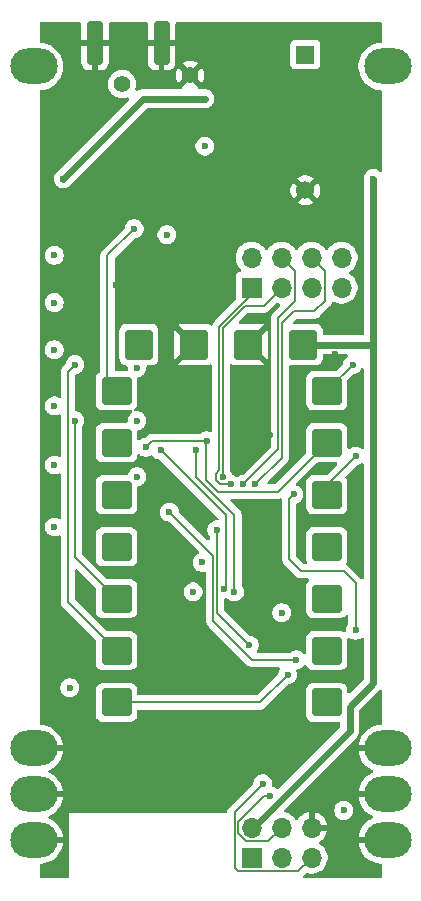
<source format=gbr>
%TF.GenerationSoftware,KiCad,Pcbnew,9.0.0*%
%TF.CreationDate,2025-04-07T21:59:35-05:00*%
%TF.ProjectId,ptSolar,7074536f-6c61-4722-9e6b-696361645f70,rev?*%
%TF.SameCoordinates,Original*%
%TF.FileFunction,Copper,L4,Bot*%
%TF.FilePolarity,Positive*%
%FSLAX46Y46*%
G04 Gerber Fmt 4.6, Leading zero omitted, Abs format (unit mm)*
G04 Created by KiCad (PCBNEW 9.0.0) date 2025-04-07 21:59:35*
%MOMM*%
%LPD*%
G01*
G04 APERTURE LIST*
G04 Aperture macros list*
%AMRoundRect*
0 Rectangle with rounded corners*
0 $1 Rounding radius*
0 $2 $3 $4 $5 $6 $7 $8 $9 X,Y pos of 4 corners*
0 Add a 4 corners polygon primitive as box body*
4,1,4,$2,$3,$4,$5,$6,$7,$8,$9,$2,$3,0*
0 Add four circle primitives for the rounded corners*
1,1,$1+$1,$2,$3*
1,1,$1+$1,$4,$5*
1,1,$1+$1,$6,$7*
1,1,$1+$1,$8,$9*
0 Add four rect primitives between the rounded corners*
20,1,$1+$1,$2,$3,$4,$5,0*
20,1,$1+$1,$4,$5,$6,$7,0*
20,1,$1+$1,$6,$7,$8,$9,0*
20,1,$1+$1,$8,$9,$2,$3,0*%
G04 Aperture macros list end*
%TA.AperFunction,ComponentPad*%
%ADD10O,4.000000X3.000000*%
%TD*%
%TA.AperFunction,ComponentPad*%
%ADD11C,1.400000*%
%TD*%
%TA.AperFunction,SMDPad,CuDef*%
%ADD12RoundRect,0.250000X0.425000X1.600000X-0.425000X1.600000X-0.425000X-1.600000X0.425000X-1.600000X0*%
%TD*%
%TA.AperFunction,ComponentPad*%
%ADD13R,1.700000X1.700000*%
%TD*%
%TA.AperFunction,ComponentPad*%
%ADD14O,1.700000X1.700000*%
%TD*%
%TA.AperFunction,ComponentPad*%
%ADD15R,1.524000X1.524000*%
%TD*%
%TA.AperFunction,ComponentPad*%
%ADD16C,1.524000*%
%TD*%
%TA.AperFunction,SMDPad,CuDef*%
%ADD17RoundRect,0.115000X-1.135000X-1.035000X1.135000X-1.035000X1.135000X1.035000X-1.135000X1.035000X0*%
%TD*%
%TA.AperFunction,SMDPad,CuDef*%
%ADD18RoundRect,0.115000X-1.035000X-1.135000X1.035000X-1.135000X1.035000X1.135000X-1.035000X1.135000X0*%
%TD*%
%TA.AperFunction,ViaPad*%
%ADD19C,0.600000*%
%TD*%
%TA.AperFunction,Conductor*%
%ADD20C,0.600000*%
%TD*%
%TA.AperFunction,Conductor*%
%ADD21C,0.200000*%
%TD*%
G04 APERTURE END LIST*
D10*
%TO.P,PV1,1,V+*%
%TO.N,Net-(D1-A)*%
X137250000Y-72000000D03*
%TO.P,PV1,2,V-*%
%TO.N,GND*%
X137250000Y-129750000D03*
X137250000Y-133625000D03*
X137250000Y-137500000D03*
%TD*%
D11*
%TO.P,ANT2b1,1,Pin_1*%
%TO.N,GND*%
X150500000Y-72750000D03*
%TD*%
D10*
%TO.P,JPV2,1,V+*%
%TO.N,Net-(D2-A)*%
X167250000Y-72000000D03*
%TO.P,JPV2,2,V-*%
%TO.N,GND*%
X167250000Y-129750000D03*
X167250000Y-133625000D03*
X167250000Y-137500000D03*
%TD*%
D11*
%TO.P,ANT2a1,1,Pin_1*%
%TO.N,Net-(ANT2-In)*%
X144750000Y-73500000D03*
%TD*%
D12*
%TO.P,ANT2,2,Ext*%
%TO.N,GND*%
X142425000Y-70000000D03*
X148075000Y-70000000D03*
%TD*%
D13*
%TO.P,J1,1,Pin_1*%
%TO.N,/MISO*%
X155700000Y-139000000D03*
D14*
%TO.P,J1,2,Pin_2*%
%TO.N,+BATT*%
X155700000Y-136460000D03*
%TO.P,J1,3,Pin_3*%
%TO.N,/SCK*%
X158240000Y-139000000D03*
%TO.P,J1,4,Pin_4*%
%TO.N,/MOSI*%
X158240000Y-136460000D03*
%TO.P,J1,5,Pin_5*%
%TO.N,/RESET*%
X160780000Y-139000000D03*
%TO.P,J1,6,Pin_6*%
%TO.N,GND*%
X160780000Y-136460000D03*
%TD*%
D13*
%TO.P,J2,1,Pin_1*%
%TO.N,Net-(J2-Pin_1)*%
X155700000Y-90740000D03*
D14*
%TO.P,J2,2,Pin_2*%
%TO.N,+3.3V*%
X155700000Y-88200000D03*
%TO.P,J2,3,Pin_3*%
%TO.N,Net-(J2-Pin_3)*%
X158240000Y-90740000D03*
%TO.P,J2,4,Pin_4*%
%TO.N,/SCL*%
X158240000Y-88200000D03*
%TO.P,J2,5,Pin_5*%
%TO.N,GND*%
X160780000Y-90740000D03*
%TO.P,J2,6,Pin_6*%
%TO.N,/SDA*%
X160780000Y-88200000D03*
%TO.P,J2,7,Pin_7*%
%TO.N,/DIG-PTT*%
X163320000Y-90740000D03*
%TO.P,J2,8,Pin_8*%
%TO.N,Net-(J2-Pin_8)*%
X163320000Y-88200000D03*
%TD*%
D15*
%TO.P,C1,1*%
%TO.N,Net-(D1-K)*%
X160250000Y-71000000D03*
D16*
%TO.P,C1,2*%
%TO.N,GND*%
X160250000Y-82500000D03*
%TD*%
D17*
%TO.P,U3,1,Squelch*%
%TO.N,unconnected-(U3-Squelch-Pad1)*%
X162065000Y-125860000D03*
%TO.P,U3,2,NC*%
%TO.N,unconnected-(U3-NC-Pad2)*%
X162065000Y-121460000D03*
%TO.P,U3,3,AF-OUT*%
%TO.N,unconnected-(U3-AF-OUT-Pad3)*%
X162065000Y-117060000D03*
%TO.P,U3,4,NC*%
%TO.N,unconnected-(U3-NC-Pad4)*%
X162065000Y-112660000D03*
%TO.P,U3,5,PTT*%
%TO.N,Net-(Q4-C)*%
X162065000Y-108260000D03*
%TO.P,U3,6,POWER_SAVE*%
%TO.N,Net-(Q1-D)*%
X162065000Y-103860000D03*
%TO.P,U3,7,HIGH/LOW*%
%TO.N,Net-(U3-HIGH{slash}LOW)*%
X162065000Y-99460000D03*
D18*
%TO.P,U3,8,VBAT*%
%TO.N,+BATT*%
X160065000Y-95560000D03*
%TO.P,U3,9,GND*%
%TO.N,GND*%
X155431666Y-95560000D03*
%TO.P,U3,10,GND*%
X150798333Y-95560000D03*
%TO.P,U3,11,NC*%
%TO.N,unconnected-(U3-NC-Pad11)*%
X146165000Y-95560000D03*
D17*
%TO.P,U3,12,ANTENNA*%
%TO.N,Net-(U3-ANTENNA)*%
X144265000Y-99460000D03*
%TO.P,U3,13,NC*%
%TO.N,unconnected-(U3-NC-Pad13)*%
X144265000Y-103860000D03*
%TO.P,U3,14,NC*%
%TO.N,unconnected-(U3-NC-Pad14)*%
X144265000Y-108260000D03*
%TO.P,U3,15,NC*%
%TO.N,unconnected-(U3-NC-Pad15)*%
X144265000Y-112660000D03*
%TO.P,U3,16,RX_DATA*%
%TO.N,Net-(Q2-D)*%
X144265000Y-117060000D03*
%TO.P,U3,17,TX_DATA*%
%TO.N,Net-(Q3-D)*%
X144265000Y-121460000D03*
%TO.P,U3,18,MIC-IN*%
%TO.N,Net-(U3-MIC-IN)*%
X144265000Y-125860000D03*
%TD*%
D19*
%TO.N,+BATT*%
X139000000Y-105750000D03*
X139000000Y-96000000D03*
X151750000Y-78750000D03*
X166000000Y-81500000D03*
X139000000Y-100750000D03*
X166000000Y-108500000D03*
X139000000Y-111000000D03*
X139000000Y-92000000D03*
X139000000Y-88000000D03*
%TO.N,GND*%
X151000000Y-85000000D03*
X151000000Y-81500000D03*
X142500000Y-85500000D03*
X165250000Y-69000000D03*
X163000000Y-119300000D03*
X148800000Y-118800000D03*
X153000000Y-131250000D03*
X140750000Y-94000000D03*
X139750000Y-69000000D03*
X165750000Y-77000000D03*
X144250000Y-90500000D03*
X151250000Y-92500000D03*
X157250000Y-103250000D03*
X151750000Y-69000000D03*
X151250000Y-89750000D03*
X160000000Y-109500000D03*
X157750000Y-109500000D03*
X162750000Y-96360000D03*
X155250000Y-113250000D03*
X150500000Y-114500000D03*
X164500000Y-93250000D03*
X151000000Y-76750000D03*
X138700000Y-119400000D03*
X156000000Y-93250000D03*
X150500000Y-112750000D03*
X139000000Y-113750000D03*
X153000000Y-123250000D03*
%TO.N,/RESET*%
X156650000Y-132750000D03*
X152750000Y-111250000D03*
X155500000Y-121000000D03*
%TO.N,/MOSI*%
X157250000Y-133750000D03*
%TO.N,/SCL*%
X155000000Y-107400000D03*
%TO.N,/SDA*%
X156000000Y-107400000D03*
%TO.N,+3.3V*%
X163500000Y-135000000D03*
X151500000Y-114000000D03*
X158250000Y-118250000D03*
X148531250Y-86250000D03*
X146000000Y-106750000D03*
X146000000Y-97500000D03*
X146000000Y-102000000D03*
%TO.N,Net-(D1-K)*%
X139750000Y-81500000D03*
X151750000Y-74750000D03*
%TO.N,Net-(Q1-D)*%
X151900000Y-103700000D03*
X146750000Y-104250000D03*
%TO.N,Net-(Q3-D)*%
X140750000Y-97250000D03*
%TO.N,Net-(Q3-S)*%
X154250000Y-116500000D03*
X151000000Y-104500000D03*
%TO.N,Net-(U2-PD3)*%
X148750000Y-109750000D03*
X159500000Y-122250000D03*
%TO.N,Net-(U3-MIC-IN)*%
X158750000Y-123500000D03*
%TO.N,Net-(U3-ANTENNA)*%
X145750000Y-85750000D03*
%TO.N,Net-(J2-Pin_1)*%
X153925735Y-107400000D03*
%TO.N,Net-(J2-Pin_8)*%
X150750000Y-116500000D03*
%TO.N,Net-(J2-Pin_3)*%
X153250000Y-106750000D03*
%TO.N,Net-(Q2-D)*%
X140750000Y-102000000D03*
%TO.N,Net-(Q2-S)*%
X148000000Y-104500000D03*
X153350000Y-116250000D03*
%TO.N,Net-(Q4-C)*%
X164500000Y-105000000D03*
%TO.N,Net-(U3-HIGH{slash}LOW)*%
X164250000Y-97250000D03*
%TO.N,Net-(C15-Pad2)*%
X159250000Y-108250000D03*
X164500000Y-119750000D03*
%TO.N,+3.3V*%
X140300000Y-124600000D03*
%TD*%
D20*
%TO.N,+BATT*%
X166000000Y-95500000D02*
X166000000Y-90774999D01*
X164000000Y-128250000D02*
X155790000Y-136460000D01*
X155790000Y-136460000D02*
X155700000Y-136460000D01*
X164000000Y-126210787D02*
X164000000Y-128250000D01*
X166000000Y-90774999D02*
X166000000Y-81500000D01*
X160065000Y-95560000D02*
X165940000Y-95560000D01*
X165940000Y-95560000D02*
X166000000Y-95500000D01*
X166000000Y-108500000D02*
X166000000Y-124210787D01*
X166000000Y-124210787D02*
X164000000Y-126210787D01*
X166000000Y-108500000D02*
X166000000Y-90774999D01*
D21*
%TO.N,/RESET*%
X154260000Y-139860000D02*
X154550000Y-140150000D01*
X159630000Y-140150000D02*
X160780000Y-139000000D01*
X152750000Y-118250000D02*
X152750000Y-111250000D01*
X155500000Y-121000000D02*
X152750000Y-118250000D01*
X154260000Y-135140000D02*
X154260000Y-139860000D01*
X156650000Y-132750000D02*
X154260000Y-135140000D01*
X154550000Y-140150000D02*
X159630000Y-140150000D01*
%TO.N,/MOSI*%
X154550000Y-135983654D02*
X154550000Y-136936346D01*
X157250000Y-133750000D02*
X156783654Y-133750000D01*
X154550000Y-136936346D02*
X155223654Y-137610000D01*
X155223654Y-137610000D02*
X157090000Y-137610000D01*
X157090000Y-137610000D02*
X158240000Y-136460000D01*
X156783654Y-133750000D02*
X154550000Y-135983654D01*
%TO.N,/SCL*%
X159390000Y-89350000D02*
X158240000Y-88200000D01*
X159390000Y-91860000D02*
X159390000Y-89350000D01*
X157960000Y-104440000D02*
X157960000Y-93290000D01*
X157960000Y-93290000D02*
X159390000Y-91860000D01*
X155000000Y-107400000D02*
X157960000Y-104440000D01*
%TO.N,/SDA*%
X158250000Y-105150000D02*
X156000000Y-107400000D01*
X161010000Y-92750000D02*
X159250000Y-92750000D01*
X161930000Y-91830000D02*
X161010000Y-92750000D01*
X159250000Y-92750000D02*
X158250000Y-93750000D01*
X161930000Y-89350000D02*
X161930000Y-91830000D01*
X160780000Y-88200000D02*
X161930000Y-89350000D01*
X158250000Y-93750000D02*
X158250000Y-105150000D01*
D20*
%TO.N,Net-(D1-K)*%
X139750000Y-81500000D02*
X146500000Y-74750000D01*
X146500000Y-74750000D02*
X151750000Y-74750000D01*
D21*
%TO.N,Net-(Q1-D)*%
X151900000Y-103700000D02*
X147300000Y-103700000D01*
X152839878Y-108000000D02*
X151860000Y-107020122D01*
X162065000Y-103860000D02*
X157925000Y-108000000D01*
X151860000Y-107020122D02*
X151860000Y-103740000D01*
X147300000Y-103700000D02*
X146750000Y-104250000D01*
X151860000Y-103740000D02*
X151900000Y-103700000D01*
X157925000Y-108000000D02*
X152839878Y-108000000D01*
%TO.N,Net-(Q3-D)*%
X140150000Y-117345000D02*
X144265000Y-121460000D01*
X140750000Y-97250000D02*
X140150000Y-97850000D01*
X140150000Y-97850000D02*
X140150000Y-117345000D01*
%TO.N,Net-(Q3-S)*%
X151000000Y-104500000D02*
X151000000Y-106750000D01*
X154250000Y-110000000D02*
X154250000Y-116500000D01*
X151000000Y-106750000D02*
X154250000Y-110000000D01*
%TO.N,Net-(U2-PD3)*%
X152460000Y-113460000D02*
X152460000Y-118960000D01*
X148750000Y-109750000D02*
X152460000Y-113460000D01*
X155750000Y-122250000D02*
X159500000Y-122250000D01*
X152460000Y-118960000D02*
X155750000Y-122250000D01*
%TO.N,Net-(U3-MIC-IN)*%
X158750000Y-123500000D02*
X156390000Y-125860000D01*
X156390000Y-125860000D02*
X144265000Y-125860000D01*
%TO.N,Net-(U3-ANTENNA)*%
X144265000Y-99460000D02*
X143500000Y-98695000D01*
X143500000Y-88000000D02*
X145750000Y-85750000D01*
X143500000Y-98695000D02*
X143500000Y-88000000D01*
%TO.N,Net-(J2-Pin_1)*%
X152960000Y-106191471D02*
X152960000Y-94040000D01*
X155700000Y-91300000D02*
X155700000Y-90740000D01*
X153025000Y-107400000D02*
X152650000Y-107025000D01*
X152650000Y-107025000D02*
X152650000Y-106501471D01*
X152650000Y-106501471D02*
X152960000Y-106191471D01*
X153925735Y-107400000D02*
X153025000Y-107400000D01*
X152960000Y-94040000D02*
X155700000Y-91300000D01*
%TO.N,Net-(J2-Pin_3)*%
X155160122Y-92250000D02*
X156750000Y-92250000D01*
X153250000Y-94160122D02*
X155160122Y-92250000D01*
X156750000Y-92250000D02*
X158240000Y-90760000D01*
X158240000Y-90760000D02*
X158240000Y-90740000D01*
X153250000Y-106750000D02*
X153250000Y-94160122D01*
%TO.N,Net-(Q2-D)*%
X140750000Y-113545000D02*
X144265000Y-117060000D01*
X140750000Y-102000000D02*
X140750000Y-113545000D01*
%TO.N,Net-(Q2-S)*%
X153350000Y-116250000D02*
X153500000Y-116100000D01*
X153500000Y-110000000D02*
X148000000Y-104500000D01*
X153500000Y-116100000D02*
X153500000Y-110000000D01*
%TO.N,Net-(Q4-C)*%
X162065000Y-107435000D02*
X162065000Y-108260000D01*
X164500000Y-105000000D02*
X162065000Y-107435000D01*
%TO.N,Net-(U3-HIGH{slash}LOW)*%
X164250000Y-97250000D02*
X162065000Y-99435000D01*
X162065000Y-99435000D02*
X162065000Y-99460000D01*
%TO.N,Net-(C15-Pad2)*%
X163500000Y-114750000D02*
X159895502Y-114750000D01*
X158899000Y-113753498D02*
X158899000Y-108601000D01*
X159895502Y-114750000D02*
X158899000Y-113753498D01*
X164500000Y-119750000D02*
X164500000Y-115750000D01*
X158899000Y-108601000D02*
X159250000Y-108250000D01*
X164500000Y-115750000D02*
X163500000Y-114750000D01*
%TD*%
%TA.AperFunction,Conductor*%
%TO.N,GND*%
G36*
X141193039Y-68270185D02*
G01*
X141238794Y-68322989D01*
X141250000Y-68374500D01*
X141250000Y-69750000D01*
X143599999Y-69750000D01*
X143599999Y-68374500D01*
X143619684Y-68307461D01*
X143672488Y-68261706D01*
X143723999Y-68250500D01*
X146776000Y-68250500D01*
X146843039Y-68270185D01*
X146888794Y-68322989D01*
X146900000Y-68374500D01*
X146900000Y-69750000D01*
X149249999Y-69750000D01*
X149249999Y-68374500D01*
X149269684Y-68307461D01*
X149322488Y-68261706D01*
X149373999Y-68250500D01*
X166625500Y-68250500D01*
X166692539Y-68270185D01*
X166738294Y-68322989D01*
X166749500Y-68374500D01*
X166749500Y-69875500D01*
X166729815Y-69942539D01*
X166677011Y-69988294D01*
X166625500Y-69999500D01*
X166618872Y-69999500D01*
X166387772Y-70029926D01*
X166358884Y-70033730D01*
X166105581Y-70101602D01*
X166105571Y-70101605D01*
X165863309Y-70201953D01*
X165863299Y-70201958D01*
X165636196Y-70333075D01*
X165428148Y-70492718D01*
X165242718Y-70678148D01*
X165083075Y-70886196D01*
X164951958Y-71113299D01*
X164951953Y-71113309D01*
X164851605Y-71355571D01*
X164851602Y-71355581D01*
X164783730Y-71608885D01*
X164749500Y-71868872D01*
X164749500Y-72131127D01*
X164770333Y-72289362D01*
X164783730Y-72391116D01*
X164838523Y-72595606D01*
X164851602Y-72644418D01*
X164851605Y-72644428D01*
X164951953Y-72886690D01*
X164951958Y-72886700D01*
X165083075Y-73113803D01*
X165242718Y-73321851D01*
X165242726Y-73321860D01*
X165428140Y-73507274D01*
X165428148Y-73507281D01*
X165636196Y-73666924D01*
X165863299Y-73798041D01*
X165863309Y-73798046D01*
X166053948Y-73877011D01*
X166105581Y-73898398D01*
X166358884Y-73966270D01*
X166618880Y-74000500D01*
X166625500Y-74000500D01*
X166692539Y-74020185D01*
X166738294Y-74072989D01*
X166749500Y-74124500D01*
X166749500Y-80818059D01*
X166729815Y-80885098D01*
X166677011Y-80930853D01*
X166607853Y-80940797D01*
X166544297Y-80911772D01*
X166537819Y-80905740D01*
X166510292Y-80878213D01*
X166510288Y-80878210D01*
X166379185Y-80790609D01*
X166379172Y-80790602D01*
X166233501Y-80730264D01*
X166233489Y-80730261D01*
X166078845Y-80699500D01*
X166078842Y-80699500D01*
X165921158Y-80699500D01*
X165921155Y-80699500D01*
X165766510Y-80730261D01*
X165766498Y-80730264D01*
X165620827Y-80790602D01*
X165620814Y-80790609D01*
X165489711Y-80878210D01*
X165489707Y-80878213D01*
X165378213Y-80989707D01*
X165378210Y-80989711D01*
X165290609Y-81120814D01*
X165290602Y-81120827D01*
X165230264Y-81266498D01*
X165230261Y-81266510D01*
X165199500Y-81421153D01*
X165199500Y-94635500D01*
X165179815Y-94702539D01*
X165127011Y-94748294D01*
X165075500Y-94759500D01*
X161839499Y-94759500D01*
X161772460Y-94739815D01*
X161726705Y-94687011D01*
X161715499Y-94635500D01*
X161715499Y-94362853D01*
X161715498Y-94362828D01*
X161715225Y-94359370D01*
X161712754Y-94327949D01*
X161669368Y-94178613D01*
X161590206Y-94044757D01*
X161590204Y-94044755D01*
X161590201Y-94044751D01*
X161480248Y-93934798D01*
X161480240Y-93934792D01*
X161346387Y-93855632D01*
X161346382Y-93855630D01*
X161197055Y-93812246D01*
X161197049Y-93812245D01*
X161162166Y-93809500D01*
X161162159Y-93809500D01*
X159339097Y-93809500D01*
X159272058Y-93789815D01*
X159226303Y-93737011D01*
X159216359Y-93667853D01*
X159245384Y-93604297D01*
X159251416Y-93597819D01*
X159462417Y-93386819D01*
X159523740Y-93353334D01*
X159550098Y-93350500D01*
X160923331Y-93350500D01*
X160923347Y-93350501D01*
X160930943Y-93350501D01*
X161089054Y-93350501D01*
X161089057Y-93350501D01*
X161241785Y-93309577D01*
X161291904Y-93280639D01*
X161378716Y-93230520D01*
X161490520Y-93118716D01*
X161490520Y-93118714D01*
X161500728Y-93108507D01*
X161500730Y-93108504D01*
X162288506Y-92320728D01*
X162288511Y-92320724D01*
X162298714Y-92310520D01*
X162298716Y-92310520D01*
X162410520Y-92198716D01*
X162489577Y-92061784D01*
X162503982Y-92008021D01*
X162540345Y-91948363D01*
X162603191Y-91917833D01*
X162672567Y-91926127D01*
X162680051Y-91929631D01*
X162801588Y-91991557D01*
X163003757Y-92057246D01*
X163213713Y-92090500D01*
X163213714Y-92090500D01*
X163426286Y-92090500D01*
X163426287Y-92090500D01*
X163636243Y-92057246D01*
X163838412Y-91991557D01*
X164027816Y-91895051D01*
X164124575Y-91824752D01*
X164199786Y-91770109D01*
X164199788Y-91770106D01*
X164199792Y-91770104D01*
X164350104Y-91619792D01*
X164350106Y-91619788D01*
X164350109Y-91619786D01*
X164475048Y-91447820D01*
X164475047Y-91447820D01*
X164475051Y-91447816D01*
X164571557Y-91258412D01*
X164637246Y-91056243D01*
X164670500Y-90846287D01*
X164670500Y-90633713D01*
X164637246Y-90423757D01*
X164571557Y-90221588D01*
X164475051Y-90032184D01*
X164475049Y-90032181D01*
X164475048Y-90032179D01*
X164350109Y-89860213D01*
X164199786Y-89709890D01*
X164027820Y-89584951D01*
X164027115Y-89584591D01*
X164019054Y-89580485D01*
X163968259Y-89532512D01*
X163951463Y-89464692D01*
X163973999Y-89398556D01*
X164019054Y-89359515D01*
X164027816Y-89355051D01*
X164070085Y-89324341D01*
X164199786Y-89230109D01*
X164199788Y-89230106D01*
X164199792Y-89230104D01*
X164350104Y-89079792D01*
X164350106Y-89079788D01*
X164350109Y-89079786D01*
X164475048Y-88907820D01*
X164475047Y-88907820D01*
X164475051Y-88907816D01*
X164571557Y-88718412D01*
X164637246Y-88516243D01*
X164670500Y-88306287D01*
X164670500Y-88093713D01*
X164637246Y-87883757D01*
X164571557Y-87681588D01*
X164475051Y-87492184D01*
X164475049Y-87492181D01*
X164475048Y-87492179D01*
X164350109Y-87320213D01*
X164199786Y-87169890D01*
X164027820Y-87044951D01*
X163838414Y-86948444D01*
X163838413Y-86948443D01*
X163838412Y-86948443D01*
X163636243Y-86882754D01*
X163636241Y-86882753D01*
X163636240Y-86882753D01*
X163474957Y-86857208D01*
X163426287Y-86849500D01*
X163213713Y-86849500D01*
X163165042Y-86857208D01*
X163003760Y-86882753D01*
X162801585Y-86948444D01*
X162612179Y-87044951D01*
X162440213Y-87169890D01*
X162289890Y-87320213D01*
X162164949Y-87492182D01*
X162160484Y-87500946D01*
X162112509Y-87551742D01*
X162044688Y-87568536D01*
X161978553Y-87545998D01*
X161939516Y-87500946D01*
X161935050Y-87492182D01*
X161810109Y-87320213D01*
X161659786Y-87169890D01*
X161487820Y-87044951D01*
X161298414Y-86948444D01*
X161298413Y-86948443D01*
X161298412Y-86948443D01*
X161096243Y-86882754D01*
X161096241Y-86882753D01*
X161096240Y-86882753D01*
X160934957Y-86857208D01*
X160886287Y-86849500D01*
X160673713Y-86849500D01*
X160625042Y-86857208D01*
X160463760Y-86882753D01*
X160261585Y-86948444D01*
X160072179Y-87044951D01*
X159900213Y-87169890D01*
X159749890Y-87320213D01*
X159624949Y-87492182D01*
X159620484Y-87500946D01*
X159572509Y-87551742D01*
X159504688Y-87568536D01*
X159438553Y-87545998D01*
X159399516Y-87500946D01*
X159395050Y-87492182D01*
X159270109Y-87320213D01*
X159119786Y-87169890D01*
X158947820Y-87044951D01*
X158758414Y-86948444D01*
X158758413Y-86948443D01*
X158758412Y-86948443D01*
X158556243Y-86882754D01*
X158556241Y-86882753D01*
X158556240Y-86882753D01*
X158394957Y-86857208D01*
X158346287Y-86849500D01*
X158133713Y-86849500D01*
X158085042Y-86857208D01*
X157923760Y-86882753D01*
X157721585Y-86948444D01*
X157532179Y-87044951D01*
X157360213Y-87169890D01*
X157209890Y-87320213D01*
X157084949Y-87492182D01*
X157080484Y-87500946D01*
X157032509Y-87551742D01*
X156964688Y-87568536D01*
X156898553Y-87545998D01*
X156859516Y-87500946D01*
X156855050Y-87492182D01*
X156730109Y-87320213D01*
X156579786Y-87169890D01*
X156407820Y-87044951D01*
X156218414Y-86948444D01*
X156218413Y-86948443D01*
X156218412Y-86948443D01*
X156016243Y-86882754D01*
X156016241Y-86882753D01*
X156016240Y-86882753D01*
X155854957Y-86857208D01*
X155806287Y-86849500D01*
X155593713Y-86849500D01*
X155545042Y-86857208D01*
X155383760Y-86882753D01*
X155181585Y-86948444D01*
X154992179Y-87044951D01*
X154820213Y-87169890D01*
X154669890Y-87320213D01*
X154544951Y-87492179D01*
X154448444Y-87681585D01*
X154382753Y-87883760D01*
X154349500Y-88093713D01*
X154349500Y-88306286D01*
X154382753Y-88516239D01*
X154448444Y-88718414D01*
X154544951Y-88907820D01*
X154669890Y-89079786D01*
X154783430Y-89193326D01*
X154816915Y-89254649D01*
X154811931Y-89324341D01*
X154770059Y-89380274D01*
X154739083Y-89397189D01*
X154607669Y-89446203D01*
X154607664Y-89446206D01*
X154492455Y-89532452D01*
X154492452Y-89532455D01*
X154406206Y-89647664D01*
X154406202Y-89647671D01*
X154355908Y-89782517D01*
X154349501Y-89842116D01*
X154349500Y-89842135D01*
X154349500Y-91637870D01*
X154349501Y-91637876D01*
X154355909Y-91697484D01*
X154357692Y-91705029D01*
X154355361Y-91705579D01*
X154359494Y-91763441D01*
X154326011Y-91824752D01*
X152591286Y-93559478D01*
X152479481Y-93671282D01*
X152479480Y-93671284D01*
X152429360Y-93758095D01*
X152400423Y-93808215D01*
X152385496Y-93863919D01*
X152382120Y-93871883D01*
X152365231Y-93892484D01*
X152351367Y-93915231D01*
X152343423Y-93919089D01*
X152337825Y-93925919D01*
X152312482Y-93934119D01*
X152288520Y-93945759D01*
X152279751Y-93944710D01*
X152271349Y-93947429D01*
X152245593Y-93940625D01*
X152219144Y-93937462D01*
X152204839Y-93930207D01*
X152079524Y-93856097D01*
X152079515Y-93856093D01*
X151930309Y-93812744D01*
X151930303Y-93812743D01*
X151895439Y-93810000D01*
X149701237Y-93810000D01*
X149701215Y-93810001D01*
X149666360Y-93812744D01*
X149517150Y-93856093D01*
X149517140Y-93856097D01*
X149473682Y-93881797D01*
X150887428Y-95295543D01*
X150920913Y-95356866D01*
X150915929Y-95426558D01*
X150887428Y-95470905D01*
X150798333Y-95560000D01*
X150887427Y-95649094D01*
X150920912Y-95710417D01*
X150915928Y-95780109D01*
X150887427Y-95824456D01*
X149473682Y-97238200D01*
X149517147Y-97263905D01*
X149517150Y-97263906D01*
X149666356Y-97307255D01*
X149666362Y-97307256D01*
X149701226Y-97309999D01*
X151895428Y-97309999D01*
X151895450Y-97309998D01*
X151930305Y-97307255D01*
X152079515Y-97263906D01*
X152079520Y-97263904D01*
X152172379Y-97208988D01*
X152240103Y-97191805D01*
X152306365Y-97213965D01*
X152350129Y-97268431D01*
X152359500Y-97315720D01*
X152359500Y-102838297D01*
X152339815Y-102905336D01*
X152287011Y-102951091D01*
X152217853Y-102961035D01*
X152188048Y-102952858D01*
X152133501Y-102930264D01*
X152133489Y-102930261D01*
X151978845Y-102899500D01*
X151978842Y-102899500D01*
X151821158Y-102899500D01*
X151821155Y-102899500D01*
X151666510Y-102930261D01*
X151666498Y-102930264D01*
X151520827Y-102990602D01*
X151520814Y-102990609D01*
X151389125Y-103078602D01*
X151322447Y-103099480D01*
X151320234Y-103099500D01*
X147220940Y-103099500D01*
X147180019Y-103110464D01*
X147180019Y-103110465D01*
X147142751Y-103120451D01*
X147068214Y-103140423D01*
X147068209Y-103140426D01*
X146931290Y-103219475D01*
X146931282Y-103219481D01*
X146819480Y-103331283D01*
X146819480Y-103331284D01*
X146819478Y-103331286D01*
X146770323Y-103380440D01*
X146735337Y-103415427D01*
X146674013Y-103448911D01*
X146671848Y-103449362D01*
X146516508Y-103480261D01*
X146516498Y-103480264D01*
X146370827Y-103540602D01*
X146370814Y-103540609D01*
X146239711Y-103628210D01*
X146239707Y-103628213D01*
X146227180Y-103640741D01*
X146165857Y-103674226D01*
X146096165Y-103669242D01*
X146040232Y-103627370D01*
X146015815Y-103561906D01*
X146015499Y-103553060D01*
X146015499Y-102914864D01*
X146035184Y-102847825D01*
X146087988Y-102802070D01*
X146115308Y-102793247D01*
X146174202Y-102781531D01*
X146233497Y-102769737D01*
X146379179Y-102709394D01*
X146510289Y-102621789D01*
X146621789Y-102510289D01*
X146709394Y-102379179D01*
X146769737Y-102233497D01*
X146800500Y-102078842D01*
X146800500Y-101921158D01*
X146800500Y-101921155D01*
X146800499Y-101921153D01*
X146769738Y-101766510D01*
X146769737Y-101766503D01*
X146769735Y-101766498D01*
X146709397Y-101620827D01*
X146709390Y-101620814D01*
X146621789Y-101489711D01*
X146621786Y-101489707D01*
X146510292Y-101378213D01*
X146510288Y-101378210D01*
X146379185Y-101290609D01*
X146379172Y-101290602D01*
X146233501Y-101230264D01*
X146233489Y-101230261D01*
X146078845Y-101199500D01*
X146078842Y-101199500D01*
X145921158Y-101199500D01*
X145875583Y-101208565D01*
X145805991Y-101202336D01*
X145750815Y-101159473D01*
X145727571Y-101093583D01*
X145743639Y-101025586D01*
X145775399Y-100988963D01*
X145780241Y-100985207D01*
X145780243Y-100985206D01*
X145890206Y-100875243D01*
X145969368Y-100741387D01*
X146012754Y-100592051D01*
X146015500Y-100557159D01*
X146015499Y-98414863D01*
X146035184Y-98347825D01*
X146087987Y-98302070D01*
X146115308Y-98293247D01*
X146174202Y-98281531D01*
X146233497Y-98269737D01*
X146379179Y-98209394D01*
X146510289Y-98121789D01*
X146621789Y-98010289D01*
X146709394Y-97879179D01*
X146769737Y-97733497D01*
X146800500Y-97578842D01*
X146800500Y-97434499D01*
X146820185Y-97367460D01*
X146872989Y-97321705D01*
X146924500Y-97310499D01*
X147262146Y-97310499D01*
X147262158Y-97310499D01*
X147297051Y-97307754D01*
X147446387Y-97264368D01*
X147580243Y-97185206D01*
X147690206Y-97075243D01*
X147769368Y-96941387D01*
X147812754Y-96792051D01*
X147815500Y-96757159D01*
X147815499Y-94362886D01*
X149148333Y-94362886D01*
X149148333Y-96757095D01*
X149148334Y-96757117D01*
X149151076Y-96791969D01*
X149164974Y-96839806D01*
X150444781Y-95560000D01*
X150444781Y-95559999D01*
X149164974Y-94280192D01*
X149151077Y-94328028D01*
X149151076Y-94328033D01*
X149148333Y-94362886D01*
X147815499Y-94362886D01*
X147815499Y-94362842D01*
X147812754Y-94327949D01*
X147769368Y-94178613D01*
X147690206Y-94044757D01*
X147690204Y-94044755D01*
X147690201Y-94044751D01*
X147580248Y-93934798D01*
X147580240Y-93934792D01*
X147446387Y-93855632D01*
X147446382Y-93855630D01*
X147297055Y-93812246D01*
X147297049Y-93812245D01*
X147262159Y-93809500D01*
X145067853Y-93809500D01*
X145067828Y-93809501D01*
X145032948Y-93812246D01*
X144883617Y-93855630D01*
X144883612Y-93855632D01*
X144749759Y-93934792D01*
X144749751Y-93934798D01*
X144639798Y-94044751D01*
X144639792Y-94044759D01*
X144560632Y-94178612D01*
X144560630Y-94178617D01*
X144517246Y-94327944D01*
X144517245Y-94327950D01*
X144514500Y-94362833D01*
X144514500Y-96757146D01*
X144514501Y-96757171D01*
X144517246Y-96792051D01*
X144560630Y-96941382D01*
X144560632Y-96941387D01*
X144639792Y-97075240D01*
X144639798Y-97075248D01*
X144749751Y-97185201D01*
X144749755Y-97185204D01*
X144749757Y-97185206D01*
X144883613Y-97264368D01*
X144897598Y-97268431D01*
X145032944Y-97307753D01*
X145032947Y-97307753D01*
X145032949Y-97307754D01*
X145067841Y-97310500D01*
X145075491Y-97310499D01*
X145142529Y-97330177D01*
X145188289Y-97382976D01*
X145199500Y-97434499D01*
X145199500Y-97578846D01*
X145215903Y-97661309D01*
X145209676Y-97730900D01*
X145166813Y-97786078D01*
X145100923Y-97809322D01*
X145094286Y-97809500D01*
X144224500Y-97809500D01*
X144157461Y-97789815D01*
X144111706Y-97737011D01*
X144100500Y-97685500D01*
X144100500Y-88300097D01*
X144120185Y-88233058D01*
X144136819Y-88212416D01*
X144859528Y-87489707D01*
X145764664Y-86584571D01*
X145825985Y-86551088D01*
X145828152Y-86550637D01*
X145828841Y-86550500D01*
X145828842Y-86550500D01*
X145983497Y-86519737D01*
X146129179Y-86459394D01*
X146260289Y-86371789D01*
X146371789Y-86260289D01*
X146431348Y-86171153D01*
X147730750Y-86171153D01*
X147730750Y-86328846D01*
X147761511Y-86483489D01*
X147761514Y-86483501D01*
X147821852Y-86629172D01*
X147821859Y-86629185D01*
X147909460Y-86760288D01*
X147909463Y-86760292D01*
X148020957Y-86871786D01*
X148020961Y-86871789D01*
X148152064Y-86959390D01*
X148152077Y-86959397D01*
X148297748Y-87019735D01*
X148297753Y-87019737D01*
X148452403Y-87050499D01*
X148452406Y-87050500D01*
X148452408Y-87050500D01*
X148610094Y-87050500D01*
X148610095Y-87050499D01*
X148764747Y-87019737D01*
X148910429Y-86959394D01*
X149041539Y-86871789D01*
X149153039Y-86760289D01*
X149240644Y-86629179D01*
X149300987Y-86483497D01*
X149331750Y-86328842D01*
X149331750Y-86171158D01*
X149331750Y-86171155D01*
X149331749Y-86171153D01*
X149300988Y-86016510D01*
X149300987Y-86016503D01*
X149287312Y-85983489D01*
X149240647Y-85870827D01*
X149240640Y-85870814D01*
X149153039Y-85739711D01*
X149153036Y-85739707D01*
X149041542Y-85628213D01*
X149041538Y-85628210D01*
X148910435Y-85540609D01*
X148910422Y-85540602D01*
X148764751Y-85480264D01*
X148764739Y-85480261D01*
X148610095Y-85449500D01*
X148610092Y-85449500D01*
X148452408Y-85449500D01*
X148452405Y-85449500D01*
X148297760Y-85480261D01*
X148297748Y-85480264D01*
X148152077Y-85540602D01*
X148152064Y-85540609D01*
X148020961Y-85628210D01*
X148020957Y-85628213D01*
X147909463Y-85739707D01*
X147909460Y-85739711D01*
X147821859Y-85870814D01*
X147821852Y-85870827D01*
X147761514Y-86016498D01*
X147761511Y-86016510D01*
X147730750Y-86171153D01*
X146431348Y-86171153D01*
X146459394Y-86129179D01*
X146519737Y-85983497D01*
X146550500Y-85828842D01*
X146550500Y-85671158D01*
X146550500Y-85671155D01*
X146550499Y-85671153D01*
X146524531Y-85540606D01*
X146519737Y-85516503D01*
X146519735Y-85516498D01*
X146459397Y-85370827D01*
X146459390Y-85370814D01*
X146371789Y-85239711D01*
X146371786Y-85239707D01*
X146260292Y-85128213D01*
X146260288Y-85128210D01*
X146129185Y-85040609D01*
X146129172Y-85040602D01*
X145983501Y-84980264D01*
X145983489Y-84980261D01*
X145828845Y-84949500D01*
X145828842Y-84949500D01*
X145671158Y-84949500D01*
X145671155Y-84949500D01*
X145516510Y-84980261D01*
X145516498Y-84980264D01*
X145370827Y-85040602D01*
X145370814Y-85040609D01*
X145239711Y-85128210D01*
X145239707Y-85128213D01*
X145128213Y-85239707D01*
X145128210Y-85239711D01*
X145040609Y-85370814D01*
X145040602Y-85370827D01*
X144980264Y-85516498D01*
X144980261Y-85516508D01*
X144949362Y-85671848D01*
X144916977Y-85733759D01*
X144915426Y-85735337D01*
X143131286Y-87519478D01*
X143019481Y-87631282D01*
X143019479Y-87631285D01*
X142969361Y-87718094D01*
X142969359Y-87718096D01*
X142940425Y-87768209D01*
X142940424Y-87768210D01*
X142940423Y-87768215D01*
X142899499Y-87920943D01*
X142899499Y-87920945D01*
X142899499Y-88089046D01*
X142899500Y-88089059D01*
X142899500Y-97775507D01*
X142879815Y-97842546D01*
X142838622Y-97882239D01*
X142749757Y-97934794D01*
X142749751Y-97934798D01*
X142639798Y-98044751D01*
X142639792Y-98044759D01*
X142560632Y-98178612D01*
X142560630Y-98178617D01*
X142517246Y-98327944D01*
X142517245Y-98327950D01*
X142514500Y-98362833D01*
X142514500Y-100557146D01*
X142514501Y-100557171D01*
X142517246Y-100592051D01*
X142560630Y-100741382D01*
X142560632Y-100741387D01*
X142639792Y-100875240D01*
X142639798Y-100875248D01*
X142749751Y-100985201D01*
X142749755Y-100985204D01*
X142749757Y-100985206D01*
X142883613Y-101064368D01*
X142922994Y-101075809D01*
X143032944Y-101107753D01*
X143032947Y-101107753D01*
X143032949Y-101107754D01*
X143067841Y-101110500D01*
X145462158Y-101110499D01*
X145473808Y-101109582D01*
X145542184Y-101123943D01*
X145591943Y-101172992D01*
X145607284Y-101241157D01*
X145583338Y-101306795D01*
X145552432Y-101336300D01*
X145489713Y-101378208D01*
X145489707Y-101378213D01*
X145378213Y-101489707D01*
X145378210Y-101489711D01*
X145290609Y-101620814D01*
X145290602Y-101620827D01*
X145230264Y-101766498D01*
X145230261Y-101766510D01*
X145199500Y-101921153D01*
X145199500Y-102084934D01*
X145196791Y-102084934D01*
X145185865Y-102142136D01*
X145137734Y-102192784D01*
X145075555Y-102209500D01*
X143067853Y-102209500D01*
X143067828Y-102209501D01*
X143032948Y-102212246D01*
X142883617Y-102255630D01*
X142883612Y-102255632D01*
X142749759Y-102334792D01*
X142749751Y-102334798D01*
X142639798Y-102444751D01*
X142639792Y-102444759D01*
X142560632Y-102578612D01*
X142560630Y-102578617D01*
X142517246Y-102727944D01*
X142517245Y-102727950D01*
X142514500Y-102762833D01*
X142514500Y-104957146D01*
X142514501Y-104957171D01*
X142517246Y-104992051D01*
X142560630Y-105141382D01*
X142560632Y-105141387D01*
X142639792Y-105275240D01*
X142639798Y-105275248D01*
X142749751Y-105385201D01*
X142749755Y-105385204D01*
X142749757Y-105385206D01*
X142883613Y-105464368D01*
X142922994Y-105475809D01*
X143032944Y-105507753D01*
X143032947Y-105507753D01*
X143032949Y-105507754D01*
X143067841Y-105510500D01*
X145462158Y-105510499D01*
X145497051Y-105507754D01*
X145646387Y-105464368D01*
X145780243Y-105385206D01*
X145890206Y-105275243D01*
X145969368Y-105141387D01*
X146004710Y-105019738D01*
X146012753Y-104992055D01*
X146012754Y-104992049D01*
X146015500Y-104957159D01*
X146015499Y-104946946D01*
X146035178Y-104879909D01*
X146087979Y-104834150D01*
X146157136Y-104824201D01*
X146220694Y-104853221D01*
X146227180Y-104859259D01*
X146239707Y-104871786D01*
X146239711Y-104871789D01*
X146370814Y-104959390D01*
X146370827Y-104959397D01*
X146516498Y-105019735D01*
X146516503Y-105019737D01*
X146660163Y-105048313D01*
X146671153Y-105050499D01*
X146671156Y-105050500D01*
X146671158Y-105050500D01*
X146828844Y-105050500D01*
X146828845Y-105050499D01*
X146983497Y-105019737D01*
X147129179Y-104959394D01*
X147174731Y-104928956D01*
X147241408Y-104908078D01*
X147308788Y-104926562D01*
X147346725Y-104963168D01*
X147378207Y-105010284D01*
X147378213Y-105010292D01*
X147489707Y-105121786D01*
X147489711Y-105121789D01*
X147620814Y-105209390D01*
X147620827Y-105209397D01*
X147694013Y-105239711D01*
X147766503Y-105269737D01*
X147831147Y-105282595D01*
X147921849Y-105300638D01*
X147983760Y-105333023D01*
X147985339Y-105334574D01*
X152863181Y-110212416D01*
X152877884Y-110239343D01*
X152894477Y-110265162D01*
X152895368Y-110271362D01*
X152896666Y-110273739D01*
X152899500Y-110300097D01*
X152899500Y-110325500D01*
X152879815Y-110392539D01*
X152827011Y-110438294D01*
X152775500Y-110449500D01*
X152671155Y-110449500D01*
X152516510Y-110480261D01*
X152516498Y-110480264D01*
X152370827Y-110540602D01*
X152370814Y-110540609D01*
X152239711Y-110628210D01*
X152239707Y-110628213D01*
X152128213Y-110739707D01*
X152128210Y-110739711D01*
X152040609Y-110870814D01*
X152040602Y-110870827D01*
X151980264Y-111016498D01*
X151980261Y-111016510D01*
X151949500Y-111171153D01*
X151949500Y-111328846D01*
X151980261Y-111483489D01*
X151980264Y-111483501D01*
X152040602Y-111629172D01*
X152040609Y-111629185D01*
X152128602Y-111760874D01*
X152134252Y-111778920D01*
X152144477Y-111794830D01*
X152148928Y-111825789D01*
X152149480Y-111827551D01*
X152149500Y-111829765D01*
X152149500Y-112000903D01*
X152129815Y-112067942D01*
X152077011Y-112113697D01*
X152007853Y-112123641D01*
X151944297Y-112094616D01*
X151937819Y-112088584D01*
X149584574Y-109735339D01*
X149551089Y-109674016D01*
X149550638Y-109671849D01*
X149520329Y-109519480D01*
X149519737Y-109516503D01*
X149519172Y-109515139D01*
X149459397Y-109370827D01*
X149459390Y-109370814D01*
X149371789Y-109239711D01*
X149371786Y-109239707D01*
X149260292Y-109128213D01*
X149260288Y-109128210D01*
X149129185Y-109040609D01*
X149129172Y-109040602D01*
X148983501Y-108980264D01*
X148983489Y-108980261D01*
X148828845Y-108949500D01*
X148828842Y-108949500D01*
X148671158Y-108949500D01*
X148671155Y-108949500D01*
X148516510Y-108980261D01*
X148516498Y-108980264D01*
X148370827Y-109040602D01*
X148370814Y-109040609D01*
X148239711Y-109128210D01*
X148239707Y-109128213D01*
X148128213Y-109239707D01*
X148128210Y-109239711D01*
X148040609Y-109370814D01*
X148040602Y-109370827D01*
X147980264Y-109516498D01*
X147980261Y-109516510D01*
X147949500Y-109671153D01*
X147949500Y-109828846D01*
X147980261Y-109983489D01*
X147980264Y-109983501D01*
X148040602Y-110129172D01*
X148040609Y-110129185D01*
X148128210Y-110260288D01*
X148128213Y-110260292D01*
X148239707Y-110371786D01*
X148239711Y-110371789D01*
X148370814Y-110459390D01*
X148370827Y-110459397D01*
X148444013Y-110489711D01*
X148516503Y-110519737D01*
X148581147Y-110532595D01*
X148671849Y-110550638D01*
X148733760Y-110583023D01*
X148735339Y-110584574D01*
X151216259Y-113065494D01*
X151249744Y-113126817D01*
X151244760Y-113196509D01*
X151202888Y-113252442D01*
X151176032Y-113267735D01*
X151120829Y-113290601D01*
X151120814Y-113290609D01*
X150989711Y-113378210D01*
X150989707Y-113378213D01*
X150878213Y-113489707D01*
X150878210Y-113489711D01*
X150790609Y-113620814D01*
X150790602Y-113620827D01*
X150730264Y-113766498D01*
X150730261Y-113766510D01*
X150699500Y-113921153D01*
X150699500Y-114078846D01*
X150730261Y-114233489D01*
X150730264Y-114233501D01*
X150790602Y-114379172D01*
X150790609Y-114379185D01*
X150878210Y-114510288D01*
X150878213Y-114510292D01*
X150989707Y-114621786D01*
X150989711Y-114621789D01*
X151120814Y-114709390D01*
X151120827Y-114709397D01*
X151266498Y-114769735D01*
X151266503Y-114769737D01*
X151421153Y-114800499D01*
X151421156Y-114800500D01*
X151421158Y-114800500D01*
X151578844Y-114800500D01*
X151711308Y-114774151D01*
X151780900Y-114780378D01*
X151836077Y-114823241D01*
X151859322Y-114889131D01*
X151859500Y-114895768D01*
X151859500Y-118873330D01*
X151859499Y-118873348D01*
X151859499Y-119039054D01*
X151859498Y-119039054D01*
X151900423Y-119191786D01*
X151900424Y-119191787D01*
X151928093Y-119239711D01*
X151979481Y-119328717D01*
X152098349Y-119447585D01*
X152098354Y-119447589D01*
X155381284Y-122730520D01*
X155381286Y-122730521D01*
X155381290Y-122730524D01*
X155518209Y-122809573D01*
X155518216Y-122809577D01*
X155670943Y-122850501D01*
X155670945Y-122850501D01*
X155836654Y-122850501D01*
X155836670Y-122850500D01*
X157989241Y-122850500D01*
X158056280Y-122870185D01*
X158102035Y-122922989D01*
X158111979Y-122992147D01*
X158092343Y-123043391D01*
X158040609Y-123120815D01*
X158040602Y-123120827D01*
X157980264Y-123266498D01*
X157980261Y-123266508D01*
X157949361Y-123421850D01*
X157916976Y-123483761D01*
X157915425Y-123485339D01*
X156177584Y-125223181D01*
X156116261Y-125256666D01*
X156089903Y-125259500D01*
X146139499Y-125259500D01*
X146072460Y-125239815D01*
X146026705Y-125187011D01*
X146015499Y-125135500D01*
X146015499Y-124762853D01*
X146015498Y-124762828D01*
X146015225Y-124759370D01*
X146012754Y-124727949D01*
X145969368Y-124578613D01*
X145890206Y-124444757D01*
X145890204Y-124444755D01*
X145890201Y-124444751D01*
X145780248Y-124334798D01*
X145780240Y-124334792D01*
X145646387Y-124255632D01*
X145646382Y-124255630D01*
X145497055Y-124212246D01*
X145497049Y-124212245D01*
X145462159Y-124209500D01*
X143067853Y-124209500D01*
X143067828Y-124209501D01*
X143032948Y-124212246D01*
X142883617Y-124255630D01*
X142883612Y-124255632D01*
X142749759Y-124334792D01*
X142749751Y-124334798D01*
X142639798Y-124444751D01*
X142639792Y-124444759D01*
X142560632Y-124578612D01*
X142560630Y-124578617D01*
X142517246Y-124727944D01*
X142517245Y-124727950D01*
X142514500Y-124762833D01*
X142514500Y-126957146D01*
X142514501Y-126957171D01*
X142517246Y-126992051D01*
X142560630Y-127141382D01*
X142560632Y-127141387D01*
X142639792Y-127275240D01*
X142639798Y-127275248D01*
X142749751Y-127385201D01*
X142749755Y-127385204D01*
X142749757Y-127385206D01*
X142883613Y-127464368D01*
X142922994Y-127475809D01*
X143032944Y-127507753D01*
X143032947Y-127507753D01*
X143032949Y-127507754D01*
X143067841Y-127510500D01*
X145462158Y-127510499D01*
X145497051Y-127507754D01*
X145646387Y-127464368D01*
X145780243Y-127385206D01*
X145890206Y-127275243D01*
X145969368Y-127141387D01*
X146012754Y-126992051D01*
X146015500Y-126957159D01*
X146015500Y-126584500D01*
X146035185Y-126517461D01*
X146087989Y-126471706D01*
X146139500Y-126460500D01*
X156303331Y-126460500D01*
X156303347Y-126460501D01*
X156310943Y-126460501D01*
X156469054Y-126460501D01*
X156469057Y-126460501D01*
X156621785Y-126419577D01*
X156671904Y-126390639D01*
X156758716Y-126340520D01*
X156870520Y-126228716D01*
X156870520Y-126228714D01*
X156880728Y-126218507D01*
X156880729Y-126218504D01*
X158764662Y-124334572D01*
X158825983Y-124301089D01*
X158828150Y-124300638D01*
X158886085Y-124289113D01*
X158983497Y-124269737D01*
X159101592Y-124220821D01*
X159129172Y-124209397D01*
X159129172Y-124209396D01*
X159129179Y-124209394D01*
X159260289Y-124121789D01*
X159371789Y-124010289D01*
X159459394Y-123879179D01*
X159519737Y-123733497D01*
X159550500Y-123578842D01*
X159550500Y-123421158D01*
X159550500Y-123421155D01*
X159550499Y-123421153D01*
X159519738Y-123266510D01*
X159519738Y-123266508D01*
X159519737Y-123266503D01*
X159499395Y-123217394D01*
X159491927Y-123147928D01*
X159523202Y-123085449D01*
X159583290Y-123049796D01*
X159589766Y-123048327D01*
X159733497Y-123019737D01*
X159879179Y-122959394D01*
X160010289Y-122871789D01*
X160121789Y-122760289D01*
X160145227Y-122725210D01*
X160198838Y-122680405D01*
X160268163Y-122671696D01*
X160331191Y-122701850D01*
X160355363Y-122735439D01*
X160356661Y-122734672D01*
X160360631Y-122741386D01*
X160360632Y-122741387D01*
X160398518Y-122805450D01*
X160439792Y-122875240D01*
X160439798Y-122875248D01*
X160549751Y-122985201D01*
X160549755Y-122985204D01*
X160549757Y-122985206D01*
X160683613Y-123064368D01*
X160722994Y-123075809D01*
X160832944Y-123107753D01*
X160832947Y-123107753D01*
X160832949Y-123107754D01*
X160867841Y-123110500D01*
X163262158Y-123110499D01*
X163297051Y-123107754D01*
X163446387Y-123064368D01*
X163580243Y-122985206D01*
X163690206Y-122875243D01*
X163769368Y-122741387D01*
X163812754Y-122592051D01*
X163815500Y-122557159D01*
X163815499Y-120487371D01*
X163835184Y-120420333D01*
X163887987Y-120374578D01*
X163957146Y-120364634D01*
X164008390Y-120384270D01*
X164120814Y-120459390D01*
X164120827Y-120459397D01*
X164194013Y-120489711D01*
X164266503Y-120519737D01*
X164421153Y-120550499D01*
X164421156Y-120550500D01*
X164421158Y-120550500D01*
X164578844Y-120550500D01*
X164578845Y-120550499D01*
X164733497Y-120519737D01*
X164879179Y-120459394D01*
X165006609Y-120374248D01*
X165073286Y-120353370D01*
X165140666Y-120371854D01*
X165187357Y-120423833D01*
X165199500Y-120477350D01*
X165199500Y-123827846D01*
X165179815Y-123894885D01*
X165163181Y-123915527D01*
X164027180Y-125051528D01*
X163965857Y-125085013D01*
X163896165Y-125080029D01*
X163840232Y-125038157D01*
X163815815Y-124972693D01*
X163815499Y-124963847D01*
X163815499Y-124762853D01*
X163815498Y-124762828D01*
X163815225Y-124759370D01*
X163812754Y-124727949D01*
X163769368Y-124578613D01*
X163690206Y-124444757D01*
X163690204Y-124444755D01*
X163690201Y-124444751D01*
X163580248Y-124334798D01*
X163580240Y-124334792D01*
X163446387Y-124255632D01*
X163446382Y-124255630D01*
X163297055Y-124212246D01*
X163297049Y-124212245D01*
X163262159Y-124209500D01*
X160867853Y-124209500D01*
X160867828Y-124209501D01*
X160832948Y-124212246D01*
X160683617Y-124255630D01*
X160683612Y-124255632D01*
X160549759Y-124334792D01*
X160549751Y-124334798D01*
X160439798Y-124444751D01*
X160439792Y-124444759D01*
X160360632Y-124578612D01*
X160360630Y-124578617D01*
X160317246Y-124727944D01*
X160317245Y-124727950D01*
X160314500Y-124762833D01*
X160314500Y-126957146D01*
X160314501Y-126957171D01*
X160317246Y-126992051D01*
X160360630Y-127141382D01*
X160360632Y-127141387D01*
X160439792Y-127275240D01*
X160439798Y-127275248D01*
X160549751Y-127385201D01*
X160549755Y-127385204D01*
X160549757Y-127385206D01*
X160683613Y-127464368D01*
X160722994Y-127475809D01*
X160832944Y-127507753D01*
X160832947Y-127507753D01*
X160832949Y-127507754D01*
X160867841Y-127510500D01*
X163075500Y-127510499D01*
X163084185Y-127513049D01*
X163093147Y-127511761D01*
X163117187Y-127522739D01*
X163142539Y-127530184D01*
X163148466Y-127537024D01*
X163156703Y-127540786D01*
X163170990Y-127563018D01*
X163188294Y-127582987D01*
X163190581Y-127593502D01*
X163194477Y-127599564D01*
X163199500Y-127634499D01*
X163199500Y-127867059D01*
X163179815Y-127934098D01*
X163163181Y-127954740D01*
X157962680Y-133155240D01*
X157901357Y-133188725D01*
X157831665Y-133183741D01*
X157787318Y-133155240D01*
X157760289Y-133128211D01*
X157760288Y-133128210D01*
X157760287Y-133128209D01*
X157629185Y-133040609D01*
X157629176Y-133040604D01*
X157519202Y-132995052D01*
X157464799Y-132951211D01*
X157442734Y-132884917D01*
X157445037Y-132856303D01*
X157450500Y-132828842D01*
X157450500Y-132671158D01*
X157450500Y-132671155D01*
X157450499Y-132671153D01*
X157419738Y-132516510D01*
X157419738Y-132516508D01*
X157419737Y-132516503D01*
X157417653Y-132511471D01*
X157359397Y-132370827D01*
X157359390Y-132370814D01*
X157271789Y-132239711D01*
X157271786Y-132239707D01*
X157160292Y-132128213D01*
X157160288Y-132128210D01*
X157029185Y-132040609D01*
X157029172Y-132040602D01*
X156883501Y-131980264D01*
X156883489Y-131980261D01*
X156728845Y-131949500D01*
X156728842Y-131949500D01*
X156571158Y-131949500D01*
X156571155Y-131949500D01*
X156416510Y-131980261D01*
X156416498Y-131980264D01*
X156270827Y-132040602D01*
X156270814Y-132040609D01*
X156139711Y-132128210D01*
X156139707Y-132128213D01*
X156028213Y-132239707D01*
X156028210Y-132239711D01*
X155940609Y-132370814D01*
X155940602Y-132370827D01*
X155880264Y-132516498D01*
X155880261Y-132516508D01*
X155849361Y-132671850D01*
X155816976Y-132733761D01*
X155815425Y-132735339D01*
X153779481Y-134771282D01*
X153779477Y-134771287D01*
X153772473Y-134783420D01*
X153756980Y-134810256D01*
X153700423Y-134908215D01*
X153659499Y-135060943D01*
X153659499Y-135060945D01*
X153659499Y-135126000D01*
X153639814Y-135193039D01*
X153587010Y-135238794D01*
X153535499Y-135250000D01*
X140250000Y-135250000D01*
X140250000Y-140625500D01*
X140230315Y-140692539D01*
X140177511Y-140738294D01*
X140126000Y-140749500D01*
X137874500Y-140749500D01*
X137807461Y-140729815D01*
X137761706Y-140677011D01*
X137750500Y-140625500D01*
X137750500Y-139624000D01*
X137770185Y-139556961D01*
X137822989Y-139511206D01*
X137874500Y-139500000D01*
X137881080Y-139500000D01*
X137881094Y-139499999D01*
X138141009Y-139465779D01*
X138141020Y-139465777D01*
X138394255Y-139397924D01*
X138636471Y-139297595D01*
X138636482Y-139297590D01*
X138863528Y-139166503D01*
X139071519Y-139006907D01*
X139071526Y-139006901D01*
X139256901Y-138821526D01*
X139256907Y-138821519D01*
X139416503Y-138613528D01*
X139547590Y-138386482D01*
X139547595Y-138386471D01*
X139647924Y-138144255D01*
X139715778Y-137891016D01*
X139734345Y-137750000D01*
X138475985Y-137750000D01*
X138500000Y-137598377D01*
X138500000Y-137401623D01*
X138475985Y-137250000D01*
X139734345Y-137250000D01*
X139734345Y-137249999D01*
X139715778Y-137108983D01*
X139647924Y-136855744D01*
X139547595Y-136613528D01*
X139547590Y-136613517D01*
X139416503Y-136386471D01*
X139256907Y-136178480D01*
X139256901Y-136178473D01*
X139071526Y-135993098D01*
X139071519Y-135993092D01*
X138863528Y-135833496D01*
X138636482Y-135702409D01*
X138636465Y-135702401D01*
X138575288Y-135677061D01*
X138520884Y-135633220D01*
X138498819Y-135566926D01*
X138516098Y-135499227D01*
X138567235Y-135451616D01*
X138575288Y-135447939D01*
X138636465Y-135422598D01*
X138636482Y-135422590D01*
X138863528Y-135291503D01*
X139071519Y-135131907D01*
X139071526Y-135131901D01*
X139256901Y-134946526D01*
X139256907Y-134946519D01*
X139416503Y-134738528D01*
X139547590Y-134511482D01*
X139547595Y-134511471D01*
X139647924Y-134269255D01*
X139715778Y-134016016D01*
X139734345Y-133875000D01*
X138475985Y-133875000D01*
X138500000Y-133723377D01*
X138500000Y-133526623D01*
X138475985Y-133375000D01*
X139734345Y-133375000D01*
X139734345Y-133374999D01*
X139715778Y-133233983D01*
X139647924Y-132980744D01*
X139547595Y-132738528D01*
X139547590Y-132738517D01*
X139416503Y-132511471D01*
X139256907Y-132303480D01*
X139256901Y-132303473D01*
X139071526Y-132118098D01*
X139071519Y-132118092D01*
X138863528Y-131958496D01*
X138636482Y-131827409D01*
X138636465Y-131827401D01*
X138575288Y-131802061D01*
X138520884Y-131758220D01*
X138498819Y-131691926D01*
X138516098Y-131624227D01*
X138567235Y-131576616D01*
X138575288Y-131572939D01*
X138636465Y-131547598D01*
X138636482Y-131547590D01*
X138863528Y-131416503D01*
X139071519Y-131256907D01*
X139071526Y-131256901D01*
X139256901Y-131071526D01*
X139256907Y-131071519D01*
X139416503Y-130863528D01*
X139547590Y-130636482D01*
X139547595Y-130636471D01*
X139647924Y-130394255D01*
X139715778Y-130141016D01*
X139734345Y-130000000D01*
X138475985Y-130000000D01*
X138500000Y-129848377D01*
X138500000Y-129651623D01*
X138475985Y-129500000D01*
X139734345Y-129500000D01*
X139734345Y-129499999D01*
X139715778Y-129358983D01*
X139647924Y-129105744D01*
X139547595Y-128863528D01*
X139547590Y-128863517D01*
X139416503Y-128636471D01*
X139256907Y-128428480D01*
X139256901Y-128428473D01*
X139071526Y-128243098D01*
X139071519Y-128243092D01*
X138863528Y-128083496D01*
X138636482Y-127952409D01*
X138636471Y-127952404D01*
X138394255Y-127852075D01*
X138141020Y-127784222D01*
X138141009Y-127784220D01*
X137881094Y-127750000D01*
X137874500Y-127750000D01*
X137807461Y-127730315D01*
X137761706Y-127677511D01*
X137750500Y-127626000D01*
X137750500Y-124521153D01*
X139499500Y-124521153D01*
X139499500Y-124678846D01*
X139530261Y-124833489D01*
X139530264Y-124833501D01*
X139590602Y-124979172D01*
X139590609Y-124979185D01*
X139678210Y-125110288D01*
X139678213Y-125110292D01*
X139789707Y-125221786D01*
X139789711Y-125221789D01*
X139920814Y-125309390D01*
X139920827Y-125309397D01*
X140066498Y-125369735D01*
X140066503Y-125369737D01*
X140221153Y-125400499D01*
X140221156Y-125400500D01*
X140221158Y-125400500D01*
X140378844Y-125400500D01*
X140378845Y-125400499D01*
X140533497Y-125369737D01*
X140679179Y-125309394D01*
X140810289Y-125221789D01*
X140921789Y-125110289D01*
X141009394Y-124979179D01*
X141069737Y-124833497D01*
X141100500Y-124678842D01*
X141100500Y-124521158D01*
X141100500Y-124521155D01*
X141100499Y-124521153D01*
X141085303Y-124444757D01*
X141069737Y-124366503D01*
X141069735Y-124366498D01*
X141009397Y-124220827D01*
X141009390Y-124220814D01*
X140921789Y-124089711D01*
X140921786Y-124089707D01*
X140810292Y-123978213D01*
X140810288Y-123978210D01*
X140679185Y-123890609D01*
X140679172Y-123890602D01*
X140533501Y-123830264D01*
X140533489Y-123830261D01*
X140378845Y-123799500D01*
X140378842Y-123799500D01*
X140221158Y-123799500D01*
X140221155Y-123799500D01*
X140066510Y-123830261D01*
X140066498Y-123830264D01*
X139920827Y-123890602D01*
X139920814Y-123890609D01*
X139789711Y-123978210D01*
X139789707Y-123978213D01*
X139678213Y-124089707D01*
X139678210Y-124089711D01*
X139590609Y-124220814D01*
X139590602Y-124220827D01*
X139530264Y-124366498D01*
X139530261Y-124366510D01*
X139499500Y-124521153D01*
X137750500Y-124521153D01*
X137750500Y-100671153D01*
X138199500Y-100671153D01*
X138199500Y-100828846D01*
X138230261Y-100983489D01*
X138230264Y-100983501D01*
X138290602Y-101129172D01*
X138290609Y-101129185D01*
X138378210Y-101260288D01*
X138378213Y-101260292D01*
X138489707Y-101371786D01*
X138489711Y-101371789D01*
X138620814Y-101459390D01*
X138620827Y-101459397D01*
X138694013Y-101489711D01*
X138766503Y-101519737D01*
X138887269Y-101543759D01*
X138921153Y-101550499D01*
X138921156Y-101550500D01*
X138921158Y-101550500D01*
X139078844Y-101550500D01*
X139078845Y-101550499D01*
X139233497Y-101519737D01*
X139305987Y-101489711D01*
X139378048Y-101459863D01*
X139447517Y-101452394D01*
X139509996Y-101483669D01*
X139545648Y-101543759D01*
X139549500Y-101574424D01*
X139549500Y-104925575D01*
X139529815Y-104992614D01*
X139477011Y-105038369D01*
X139407853Y-105048313D01*
X139378048Y-105040137D01*
X139328792Y-105019735D01*
X139233497Y-104980263D01*
X139233492Y-104980262D01*
X139233489Y-104980261D01*
X139078845Y-104949500D01*
X139078842Y-104949500D01*
X138921158Y-104949500D01*
X138921155Y-104949500D01*
X138766510Y-104980261D01*
X138766498Y-104980264D01*
X138620827Y-105040602D01*
X138620814Y-105040609D01*
X138489711Y-105128210D01*
X138489707Y-105128213D01*
X138378213Y-105239707D01*
X138378210Y-105239711D01*
X138290609Y-105370814D01*
X138290602Y-105370827D01*
X138230264Y-105516498D01*
X138230261Y-105516510D01*
X138199500Y-105671153D01*
X138199500Y-105828846D01*
X138230261Y-105983489D01*
X138230264Y-105983501D01*
X138290602Y-106129172D01*
X138290609Y-106129185D01*
X138378210Y-106260288D01*
X138378213Y-106260292D01*
X138489707Y-106371786D01*
X138489711Y-106371789D01*
X138620814Y-106459390D01*
X138620827Y-106459397D01*
X138758695Y-106516503D01*
X138766503Y-106519737D01*
X138887269Y-106543759D01*
X138921153Y-106550499D01*
X138921156Y-106550500D01*
X138921158Y-106550500D01*
X139078844Y-106550500D01*
X139078845Y-106550499D01*
X139233497Y-106519737D01*
X139320574Y-106483669D01*
X139378048Y-106459863D01*
X139447517Y-106452394D01*
X139509996Y-106483669D01*
X139545648Y-106543759D01*
X139549500Y-106574424D01*
X139549500Y-110175575D01*
X139529815Y-110242614D01*
X139477011Y-110288369D01*
X139407853Y-110298313D01*
X139378048Y-110290137D01*
X139317751Y-110265162D01*
X139233497Y-110230263D01*
X139233492Y-110230262D01*
X139233489Y-110230261D01*
X139078845Y-110199500D01*
X139078842Y-110199500D01*
X138921158Y-110199500D01*
X138921155Y-110199500D01*
X138766510Y-110230261D01*
X138766498Y-110230264D01*
X138620827Y-110290602D01*
X138620814Y-110290609D01*
X138489711Y-110378210D01*
X138489707Y-110378213D01*
X138378213Y-110489707D01*
X138378210Y-110489711D01*
X138290609Y-110620814D01*
X138290602Y-110620827D01*
X138230264Y-110766498D01*
X138230261Y-110766510D01*
X138199500Y-110921153D01*
X138199500Y-111078846D01*
X138230261Y-111233489D01*
X138230264Y-111233501D01*
X138290602Y-111379172D01*
X138290609Y-111379185D01*
X138378210Y-111510288D01*
X138378213Y-111510292D01*
X138489707Y-111621786D01*
X138489711Y-111621789D01*
X138620814Y-111709390D01*
X138620827Y-111709397D01*
X138766498Y-111769735D01*
X138766503Y-111769737D01*
X138921153Y-111800499D01*
X138921156Y-111800500D01*
X138921158Y-111800500D01*
X139078844Y-111800500D01*
X139078845Y-111800499D01*
X139233497Y-111769737D01*
X139320574Y-111733669D01*
X139378048Y-111709863D01*
X139447517Y-111702394D01*
X139509996Y-111733669D01*
X139545648Y-111793759D01*
X139549500Y-111824424D01*
X139549500Y-117258330D01*
X139549499Y-117258348D01*
X139549499Y-117424054D01*
X139549498Y-117424054D01*
X139561656Y-117469427D01*
X139590423Y-117576785D01*
X139590424Y-117576787D01*
X139590423Y-117576787D01*
X139603538Y-117599501D01*
X139603539Y-117599503D01*
X139669475Y-117713709D01*
X139669481Y-117713717D01*
X139788349Y-117832585D01*
X139788355Y-117832590D01*
X142478181Y-120522416D01*
X142511666Y-120583739D01*
X142514500Y-120610097D01*
X142514500Y-122557146D01*
X142514501Y-122557171D01*
X142517246Y-122592051D01*
X142560630Y-122741382D01*
X142560632Y-122741387D01*
X142639792Y-122875240D01*
X142639798Y-122875248D01*
X142749751Y-122985201D01*
X142749755Y-122985204D01*
X142749757Y-122985206D01*
X142883613Y-123064368D01*
X142922994Y-123075809D01*
X143032944Y-123107753D01*
X143032947Y-123107753D01*
X143032949Y-123107754D01*
X143067841Y-123110500D01*
X145462158Y-123110499D01*
X145497051Y-123107754D01*
X145646387Y-123064368D01*
X145780243Y-122985206D01*
X145890206Y-122875243D01*
X145969368Y-122741387D01*
X146012754Y-122592051D01*
X146015500Y-122557159D01*
X146015499Y-120362842D01*
X146012754Y-120327949D01*
X145969368Y-120178613D01*
X145890206Y-120044757D01*
X145890204Y-120044755D01*
X145890201Y-120044751D01*
X145780248Y-119934798D01*
X145780240Y-119934792D01*
X145646387Y-119855632D01*
X145646382Y-119855630D01*
X145497055Y-119812246D01*
X145497049Y-119812245D01*
X145462166Y-119809500D01*
X145462159Y-119809500D01*
X143515097Y-119809500D01*
X143448058Y-119789815D01*
X143427416Y-119773181D01*
X140786819Y-117132584D01*
X140753334Y-117071261D01*
X140750500Y-117044903D01*
X140750500Y-114694097D01*
X140770185Y-114627058D01*
X140822989Y-114581303D01*
X140892147Y-114571359D01*
X140955703Y-114600384D01*
X140962181Y-114606416D01*
X142478181Y-116122416D01*
X142511666Y-116183739D01*
X142514500Y-116210097D01*
X142514500Y-118157146D01*
X142514501Y-118157171D01*
X142517246Y-118192051D01*
X142560630Y-118341382D01*
X142560632Y-118341387D01*
X142639792Y-118475240D01*
X142639798Y-118475248D01*
X142749751Y-118585201D01*
X142749755Y-118585204D01*
X142749757Y-118585206D01*
X142883613Y-118664368D01*
X142922994Y-118675809D01*
X143032944Y-118707753D01*
X143032947Y-118707753D01*
X143032949Y-118707754D01*
X143067841Y-118710500D01*
X145462158Y-118710499D01*
X145497051Y-118707754D01*
X145646387Y-118664368D01*
X145780243Y-118585206D01*
X145890206Y-118475243D01*
X145969368Y-118341387D01*
X146012754Y-118192051D01*
X146015500Y-118157159D01*
X146015499Y-116421153D01*
X149949500Y-116421153D01*
X149949500Y-116578846D01*
X149980261Y-116733489D01*
X149980264Y-116733501D01*
X150040602Y-116879172D01*
X150040609Y-116879185D01*
X150128210Y-117010288D01*
X150128213Y-117010292D01*
X150239707Y-117121786D01*
X150239711Y-117121789D01*
X150370814Y-117209390D01*
X150370827Y-117209397D01*
X150489007Y-117258348D01*
X150516503Y-117269737D01*
X150671153Y-117300499D01*
X150671156Y-117300500D01*
X150671158Y-117300500D01*
X150828844Y-117300500D01*
X150828845Y-117300499D01*
X150983497Y-117269737D01*
X151129179Y-117209394D01*
X151260289Y-117121789D01*
X151371789Y-117010289D01*
X151459394Y-116879179D01*
X151519737Y-116733497D01*
X151550500Y-116578842D01*
X151550500Y-116421158D01*
X151550500Y-116421155D01*
X151550499Y-116421153D01*
X151519738Y-116266510D01*
X151519737Y-116266503D01*
X151496373Y-116210097D01*
X151459397Y-116120827D01*
X151459390Y-116120814D01*
X151371789Y-115989711D01*
X151371786Y-115989707D01*
X151260292Y-115878213D01*
X151260288Y-115878210D01*
X151129185Y-115790609D01*
X151129172Y-115790602D01*
X150983501Y-115730264D01*
X150983489Y-115730261D01*
X150828845Y-115699500D01*
X150828842Y-115699500D01*
X150671158Y-115699500D01*
X150671155Y-115699500D01*
X150516510Y-115730261D01*
X150516498Y-115730264D01*
X150370827Y-115790602D01*
X150370814Y-115790609D01*
X150239711Y-115878210D01*
X150239707Y-115878213D01*
X150128213Y-115989707D01*
X150128210Y-115989711D01*
X150040609Y-116120814D01*
X150040602Y-116120827D01*
X149980264Y-116266498D01*
X149980261Y-116266510D01*
X149949500Y-116421153D01*
X146015499Y-116421153D01*
X146015499Y-115962842D01*
X146012754Y-115927949D01*
X145969368Y-115778613D01*
X145890206Y-115644757D01*
X145890204Y-115644755D01*
X145890201Y-115644751D01*
X145780248Y-115534798D01*
X145780240Y-115534792D01*
X145646387Y-115455632D01*
X145646382Y-115455630D01*
X145497055Y-115412246D01*
X145497049Y-115412245D01*
X145462166Y-115409500D01*
X145462159Y-115409500D01*
X143515098Y-115409500D01*
X143448059Y-115389815D01*
X143427417Y-115373181D01*
X141386819Y-113332583D01*
X141353334Y-113271260D01*
X141350500Y-113244902D01*
X141350500Y-111562833D01*
X142514500Y-111562833D01*
X142514500Y-113757146D01*
X142514501Y-113757171D01*
X142517246Y-113792051D01*
X142560630Y-113941382D01*
X142560632Y-113941387D01*
X142639792Y-114075240D01*
X142639798Y-114075248D01*
X142749751Y-114185201D01*
X142749755Y-114185204D01*
X142749757Y-114185206D01*
X142883613Y-114264368D01*
X142901209Y-114269480D01*
X143032944Y-114307753D01*
X143032947Y-114307753D01*
X143032949Y-114307754D01*
X143067841Y-114310500D01*
X145462158Y-114310499D01*
X145497051Y-114307754D01*
X145646387Y-114264368D01*
X145780243Y-114185206D01*
X145890206Y-114075243D01*
X145969368Y-113941387D01*
X146012754Y-113792051D01*
X146015500Y-113757159D01*
X146015499Y-111562842D01*
X146012754Y-111527949D01*
X145969368Y-111378613D01*
X145890206Y-111244757D01*
X145890204Y-111244755D01*
X145890201Y-111244751D01*
X145780248Y-111134798D01*
X145780240Y-111134792D01*
X145646387Y-111055632D01*
X145646382Y-111055630D01*
X145497055Y-111012246D01*
X145497049Y-111012245D01*
X145462159Y-111009500D01*
X143067853Y-111009500D01*
X143067828Y-111009501D01*
X143032948Y-111012246D01*
X142883617Y-111055630D01*
X142883612Y-111055632D01*
X142749759Y-111134792D01*
X142749751Y-111134798D01*
X142639798Y-111244751D01*
X142639792Y-111244759D01*
X142560632Y-111378612D01*
X142560630Y-111378617D01*
X142517246Y-111527944D01*
X142517245Y-111527950D01*
X142514500Y-111562833D01*
X141350500Y-111562833D01*
X141350500Y-107162833D01*
X142514500Y-107162833D01*
X142514500Y-109357146D01*
X142514501Y-109357171D01*
X142517246Y-109392051D01*
X142560630Y-109541382D01*
X142560632Y-109541387D01*
X142639792Y-109675240D01*
X142639798Y-109675248D01*
X142749751Y-109785201D01*
X142749755Y-109785204D01*
X142749757Y-109785206D01*
X142883613Y-109864368D01*
X142922994Y-109875809D01*
X143032944Y-109907753D01*
X143032947Y-109907753D01*
X143032949Y-109907754D01*
X143067841Y-109910500D01*
X145462158Y-109910499D01*
X145497051Y-109907754D01*
X145646387Y-109864368D01*
X145780243Y-109785206D01*
X145890206Y-109675243D01*
X145969368Y-109541387D01*
X146012754Y-109392051D01*
X146015500Y-109357159D01*
X146015499Y-107664863D01*
X146035184Y-107597825D01*
X146087987Y-107552070D01*
X146115308Y-107543247D01*
X146174202Y-107531531D01*
X146233497Y-107519737D01*
X146379179Y-107459394D01*
X146510289Y-107371789D01*
X146621789Y-107260289D01*
X146709394Y-107129179D01*
X146709904Y-107127949D01*
X146769735Y-106983501D01*
X146769737Y-106983497D01*
X146800500Y-106828842D01*
X146800500Y-106671158D01*
X146800500Y-106671155D01*
X146800499Y-106671153D01*
X146790766Y-106622222D01*
X146769737Y-106516503D01*
X146746080Y-106459390D01*
X146709397Y-106370827D01*
X146709390Y-106370814D01*
X146621789Y-106239711D01*
X146621786Y-106239707D01*
X146510292Y-106128213D01*
X146510288Y-106128210D01*
X146379185Y-106040609D01*
X146379172Y-106040602D01*
X146233501Y-105980264D01*
X146233489Y-105980261D01*
X146078845Y-105949500D01*
X146078842Y-105949500D01*
X145921158Y-105949500D01*
X145921155Y-105949500D01*
X145766510Y-105980261D01*
X145766498Y-105980264D01*
X145620827Y-106040602D01*
X145620814Y-106040609D01*
X145489711Y-106128210D01*
X145489707Y-106128213D01*
X145378213Y-106239707D01*
X145378210Y-106239711D01*
X145290609Y-106370814D01*
X145290602Y-106370827D01*
X145230261Y-106516505D01*
X145228744Y-106521507D01*
X145190441Y-106579942D01*
X145126626Y-106608392D01*
X145110087Y-106609500D01*
X143067853Y-106609500D01*
X143067828Y-106609501D01*
X143032948Y-106612246D01*
X142883617Y-106655630D01*
X142883612Y-106655632D01*
X142749759Y-106734792D01*
X142749751Y-106734798D01*
X142639798Y-106844751D01*
X142639792Y-106844759D01*
X142560632Y-106978612D01*
X142560630Y-106978617D01*
X142517246Y-107127944D01*
X142517245Y-107127950D01*
X142514500Y-107162833D01*
X141350500Y-107162833D01*
X141350500Y-102579765D01*
X141370185Y-102512726D01*
X141371398Y-102510874D01*
X141459390Y-102379185D01*
X141459390Y-102379184D01*
X141459394Y-102379179D01*
X141519737Y-102233497D01*
X141550500Y-102078842D01*
X141550500Y-101921158D01*
X141550500Y-101921155D01*
X141550499Y-101921153D01*
X141519738Y-101766510D01*
X141519737Y-101766503D01*
X141519735Y-101766498D01*
X141459397Y-101620827D01*
X141459390Y-101620814D01*
X141371789Y-101489711D01*
X141371786Y-101489707D01*
X141260292Y-101378213D01*
X141260288Y-101378210D01*
X141129185Y-101290609D01*
X141129172Y-101290602D01*
X140983501Y-101230264D01*
X140983491Y-101230261D01*
X140850308Y-101203769D01*
X140788397Y-101171384D01*
X140753823Y-101110668D01*
X140750500Y-101082152D01*
X140750500Y-98167847D01*
X140770185Y-98100808D01*
X140822989Y-98055053D01*
X140850309Y-98046230D01*
X140866291Y-98043050D01*
X140983497Y-98019737D01*
X141129179Y-97959394D01*
X141260289Y-97871789D01*
X141371789Y-97760289D01*
X141459394Y-97629179D01*
X141463938Y-97618210D01*
X141519735Y-97483501D01*
X141519737Y-97483497D01*
X141550500Y-97328842D01*
X141550500Y-97171158D01*
X141550500Y-97171155D01*
X141550499Y-97171153D01*
X141531421Y-97075243D01*
X141519737Y-97016503D01*
X141519735Y-97016498D01*
X141459397Y-96870827D01*
X141459390Y-96870814D01*
X141371789Y-96739711D01*
X141371786Y-96739707D01*
X141260292Y-96628213D01*
X141260288Y-96628210D01*
X141129185Y-96540609D01*
X141129172Y-96540602D01*
X140983501Y-96480264D01*
X140983489Y-96480261D01*
X140828845Y-96449500D01*
X140828842Y-96449500D01*
X140671158Y-96449500D01*
X140671155Y-96449500D01*
X140516510Y-96480261D01*
X140516498Y-96480264D01*
X140370827Y-96540602D01*
X140370814Y-96540609D01*
X140239711Y-96628210D01*
X140239707Y-96628213D01*
X140128213Y-96739707D01*
X140128210Y-96739711D01*
X140040609Y-96870814D01*
X140040602Y-96870827D01*
X139980264Y-97016498D01*
X139980261Y-97016508D01*
X139949362Y-97171848D01*
X139940596Y-97188605D01*
X139936577Y-97207082D01*
X139917832Y-97232123D01*
X139916977Y-97233759D01*
X139915427Y-97235337D01*
X139855915Y-97294849D01*
X139781286Y-97369478D01*
X139781285Y-97369478D01*
X139781284Y-97369479D01*
X139669481Y-97481282D01*
X139669480Y-97481284D01*
X139630396Y-97548981D01*
X139619361Y-97568094D01*
X139619359Y-97568096D01*
X139590425Y-97618209D01*
X139590424Y-97618210D01*
X139578876Y-97661309D01*
X139549499Y-97770943D01*
X139549499Y-97770945D01*
X139549499Y-97939046D01*
X139549500Y-97939059D01*
X139549500Y-99925575D01*
X139529815Y-99992614D01*
X139477011Y-100038369D01*
X139407853Y-100048313D01*
X139378048Y-100040137D01*
X139330314Y-100020365D01*
X139233497Y-99980263D01*
X139233492Y-99980262D01*
X139233489Y-99980261D01*
X139078845Y-99949500D01*
X139078842Y-99949500D01*
X138921158Y-99949500D01*
X138921155Y-99949500D01*
X138766510Y-99980261D01*
X138766498Y-99980264D01*
X138620827Y-100040602D01*
X138620814Y-100040609D01*
X138489711Y-100128210D01*
X138489707Y-100128213D01*
X138378213Y-100239707D01*
X138378210Y-100239711D01*
X138290609Y-100370814D01*
X138290602Y-100370827D01*
X138230264Y-100516498D01*
X138230261Y-100516510D01*
X138199500Y-100671153D01*
X137750500Y-100671153D01*
X137750500Y-95921153D01*
X138199500Y-95921153D01*
X138199500Y-96078846D01*
X138230261Y-96233489D01*
X138230264Y-96233501D01*
X138290602Y-96379172D01*
X138290609Y-96379185D01*
X138378210Y-96510288D01*
X138378213Y-96510292D01*
X138489707Y-96621786D01*
X138489711Y-96621789D01*
X138620814Y-96709390D01*
X138620827Y-96709397D01*
X138766498Y-96769735D01*
X138766503Y-96769737D01*
X138921153Y-96800499D01*
X138921156Y-96800500D01*
X138921158Y-96800500D01*
X139078844Y-96800500D01*
X139078845Y-96800499D01*
X139233497Y-96769737D01*
X139379179Y-96709394D01*
X139510289Y-96621789D01*
X139621789Y-96510289D01*
X139709394Y-96379179D01*
X139769737Y-96233497D01*
X139800500Y-96078842D01*
X139800500Y-95921158D01*
X139800500Y-95921155D01*
X139800499Y-95921153D01*
X139769737Y-95766503D01*
X139721105Y-95649093D01*
X139709397Y-95620827D01*
X139709390Y-95620814D01*
X139621789Y-95489711D01*
X139621786Y-95489707D01*
X139510292Y-95378213D01*
X139510288Y-95378210D01*
X139379185Y-95290609D01*
X139379172Y-95290602D01*
X139233501Y-95230264D01*
X139233489Y-95230261D01*
X139078845Y-95199500D01*
X139078842Y-95199500D01*
X138921158Y-95199500D01*
X138921155Y-95199500D01*
X138766510Y-95230261D01*
X138766498Y-95230264D01*
X138620827Y-95290602D01*
X138620814Y-95290609D01*
X138489711Y-95378210D01*
X138489707Y-95378213D01*
X138378213Y-95489707D01*
X138378210Y-95489711D01*
X138290609Y-95620814D01*
X138290602Y-95620827D01*
X138230264Y-95766498D01*
X138230261Y-95766510D01*
X138199500Y-95921153D01*
X137750500Y-95921153D01*
X137750500Y-91921153D01*
X138199500Y-91921153D01*
X138199500Y-92078846D01*
X138230261Y-92233489D01*
X138230264Y-92233501D01*
X138290602Y-92379172D01*
X138290609Y-92379185D01*
X138378210Y-92510288D01*
X138378213Y-92510292D01*
X138489707Y-92621786D01*
X138489711Y-92621789D01*
X138620814Y-92709390D01*
X138620827Y-92709397D01*
X138766498Y-92769735D01*
X138766503Y-92769737D01*
X138921153Y-92800499D01*
X138921156Y-92800500D01*
X138921158Y-92800500D01*
X139078844Y-92800500D01*
X139078845Y-92800499D01*
X139233497Y-92769737D01*
X139379179Y-92709394D01*
X139510289Y-92621789D01*
X139621789Y-92510289D01*
X139709394Y-92379179D01*
X139769737Y-92233497D01*
X139800500Y-92078842D01*
X139800500Y-91921158D01*
X139800500Y-91921155D01*
X139800499Y-91921153D01*
X139783502Y-91835704D01*
X139769737Y-91766503D01*
X139741148Y-91697483D01*
X139709397Y-91620827D01*
X139709390Y-91620814D01*
X139621789Y-91489711D01*
X139621786Y-91489707D01*
X139510292Y-91378213D01*
X139510288Y-91378210D01*
X139379185Y-91290609D01*
X139379172Y-91290602D01*
X139233501Y-91230264D01*
X139233489Y-91230261D01*
X139078845Y-91199500D01*
X139078842Y-91199500D01*
X138921158Y-91199500D01*
X138921155Y-91199500D01*
X138766510Y-91230261D01*
X138766498Y-91230264D01*
X138620827Y-91290602D01*
X138620814Y-91290609D01*
X138489711Y-91378210D01*
X138489707Y-91378213D01*
X138378213Y-91489707D01*
X138378210Y-91489711D01*
X138290609Y-91620814D01*
X138290602Y-91620827D01*
X138230264Y-91766498D01*
X138230261Y-91766510D01*
X138199500Y-91921153D01*
X137750500Y-91921153D01*
X137750500Y-87921153D01*
X138199500Y-87921153D01*
X138199500Y-88078846D01*
X138230261Y-88233489D01*
X138230264Y-88233501D01*
X138290602Y-88379172D01*
X138290609Y-88379185D01*
X138378210Y-88510288D01*
X138378213Y-88510292D01*
X138489707Y-88621786D01*
X138489711Y-88621789D01*
X138620814Y-88709390D01*
X138620827Y-88709397D01*
X138766498Y-88769735D01*
X138766503Y-88769737D01*
X138921153Y-88800499D01*
X138921156Y-88800500D01*
X138921158Y-88800500D01*
X139078844Y-88800500D01*
X139078845Y-88800499D01*
X139233497Y-88769737D01*
X139357403Y-88718414D01*
X139379172Y-88709397D01*
X139379172Y-88709396D01*
X139379179Y-88709394D01*
X139510289Y-88621789D01*
X139621789Y-88510289D01*
X139709394Y-88379179D01*
X139769737Y-88233497D01*
X139800500Y-88078842D01*
X139800500Y-87921158D01*
X139800500Y-87921155D01*
X139800499Y-87921153D01*
X139793060Y-87883757D01*
X139769737Y-87766503D01*
X139758075Y-87738349D01*
X139709397Y-87620827D01*
X139709390Y-87620814D01*
X139621789Y-87489711D01*
X139621786Y-87489707D01*
X139510292Y-87378213D01*
X139510288Y-87378210D01*
X139379185Y-87290609D01*
X139379172Y-87290602D01*
X139233501Y-87230264D01*
X139233489Y-87230261D01*
X139078845Y-87199500D01*
X139078842Y-87199500D01*
X138921158Y-87199500D01*
X138921155Y-87199500D01*
X138766510Y-87230261D01*
X138766498Y-87230264D01*
X138620827Y-87290602D01*
X138620814Y-87290609D01*
X138489711Y-87378210D01*
X138489707Y-87378213D01*
X138378213Y-87489707D01*
X138378210Y-87489711D01*
X138290609Y-87620814D01*
X138290602Y-87620827D01*
X138230264Y-87766498D01*
X138230261Y-87766510D01*
X138199500Y-87921153D01*
X137750500Y-87921153D01*
X137750500Y-82400678D01*
X158988000Y-82400678D01*
X158988000Y-82599321D01*
X159019075Y-82795520D01*
X159019075Y-82795523D01*
X159080457Y-82984437D01*
X159170641Y-83161432D01*
X159197730Y-83198715D01*
X159197731Y-83198716D01*
X159869000Y-82527447D01*
X159869000Y-82550160D01*
X159894964Y-82647061D01*
X159945124Y-82733940D01*
X160016060Y-82804876D01*
X160102939Y-82855036D01*
X160199840Y-82881000D01*
X160222553Y-82881000D01*
X159551283Y-83552268D01*
X159551283Y-83552269D01*
X159588567Y-83579358D01*
X159765562Y-83669542D01*
X159954477Y-83730924D01*
X160150679Y-83762000D01*
X160349321Y-83762000D01*
X160545520Y-83730924D01*
X160545523Y-83730924D01*
X160734437Y-83669542D01*
X160911425Y-83579362D01*
X160948716Y-83552268D01*
X160277448Y-82881000D01*
X160300160Y-82881000D01*
X160397061Y-82855036D01*
X160483940Y-82804876D01*
X160554876Y-82733940D01*
X160605036Y-82647061D01*
X160631000Y-82550160D01*
X160631000Y-82527447D01*
X161302268Y-83198715D01*
X161329362Y-83161425D01*
X161419542Y-82984437D01*
X161480924Y-82795523D01*
X161480924Y-82795520D01*
X161512000Y-82599321D01*
X161512000Y-82400678D01*
X161480924Y-82204479D01*
X161480924Y-82204476D01*
X161419542Y-82015562D01*
X161329358Y-81838567D01*
X161302268Y-81801283D01*
X160631000Y-82472551D01*
X160631000Y-82449840D01*
X160605036Y-82352939D01*
X160554876Y-82266060D01*
X160483940Y-82195124D01*
X160397061Y-82144964D01*
X160300160Y-82119000D01*
X160277447Y-82119000D01*
X160948716Y-81447731D01*
X160948715Y-81447730D01*
X160911432Y-81420641D01*
X160734437Y-81330457D01*
X160545522Y-81269075D01*
X160349321Y-81238000D01*
X160150679Y-81238000D01*
X159954479Y-81269075D01*
X159954476Y-81269075D01*
X159765562Y-81330457D01*
X159588564Y-81420643D01*
X159551283Y-81447729D01*
X159551282Y-81447730D01*
X160222554Y-82119000D01*
X160199840Y-82119000D01*
X160102939Y-82144964D01*
X160016060Y-82195124D01*
X159945124Y-82266060D01*
X159894964Y-82352939D01*
X159869000Y-82449840D01*
X159869000Y-82472552D01*
X159197730Y-81801282D01*
X159197729Y-81801283D01*
X159170643Y-81838564D01*
X159080457Y-82015562D01*
X159019075Y-82204476D01*
X159019075Y-82204479D01*
X158988000Y-82400678D01*
X137750500Y-82400678D01*
X137750500Y-81421153D01*
X138949500Y-81421153D01*
X138949500Y-81578846D01*
X138980261Y-81733489D01*
X138980264Y-81733501D01*
X139040602Y-81879172D01*
X139040609Y-81879185D01*
X139128210Y-82010288D01*
X139128213Y-82010292D01*
X139239707Y-82121786D01*
X139239711Y-82121789D01*
X139370814Y-82209390D01*
X139370827Y-82209397D01*
X139507626Y-82266060D01*
X139516503Y-82269737D01*
X139671153Y-82300499D01*
X139671156Y-82300500D01*
X139671158Y-82300500D01*
X139828844Y-82300500D01*
X139961117Y-82274189D01*
X139961117Y-82274188D01*
X139983497Y-82269737D01*
X140129179Y-82209394D01*
X140260289Y-82121789D01*
X140580796Y-81801282D01*
X140974770Y-81407309D01*
X143710925Y-78671153D01*
X150949500Y-78671153D01*
X150949500Y-78828846D01*
X150980261Y-78983489D01*
X150980264Y-78983501D01*
X151040602Y-79129172D01*
X151040609Y-79129185D01*
X151128210Y-79260288D01*
X151128213Y-79260292D01*
X151239707Y-79371786D01*
X151239711Y-79371789D01*
X151370814Y-79459390D01*
X151370827Y-79459397D01*
X151516498Y-79519735D01*
X151516503Y-79519737D01*
X151671153Y-79550499D01*
X151671156Y-79550500D01*
X151671158Y-79550500D01*
X151828844Y-79550500D01*
X151828845Y-79550499D01*
X151983497Y-79519737D01*
X152129179Y-79459394D01*
X152260289Y-79371789D01*
X152371789Y-79260289D01*
X152459394Y-79129179D01*
X152519737Y-78983497D01*
X152550500Y-78828842D01*
X152550500Y-78671158D01*
X152550500Y-78671155D01*
X152550499Y-78671153D01*
X152519738Y-78516510D01*
X152519737Y-78516503D01*
X152519735Y-78516498D01*
X152459397Y-78370827D01*
X152459390Y-78370814D01*
X152371789Y-78239711D01*
X152371786Y-78239707D01*
X152260292Y-78128213D01*
X152260288Y-78128210D01*
X152129185Y-78040609D01*
X152129172Y-78040602D01*
X151983501Y-77980264D01*
X151983489Y-77980261D01*
X151828845Y-77949500D01*
X151828842Y-77949500D01*
X151671158Y-77949500D01*
X151671155Y-77949500D01*
X151516510Y-77980261D01*
X151516498Y-77980264D01*
X151370827Y-78040602D01*
X151370814Y-78040609D01*
X151239711Y-78128210D01*
X151239707Y-78128213D01*
X151128213Y-78239707D01*
X151128210Y-78239711D01*
X151040609Y-78370814D01*
X151040602Y-78370827D01*
X150980264Y-78516498D01*
X150980261Y-78516510D01*
X150949500Y-78671153D01*
X143710925Y-78671153D01*
X143804693Y-78577385D01*
X146795259Y-75586819D01*
X146856582Y-75553334D01*
X146882940Y-75550500D01*
X151828844Y-75550500D01*
X151828845Y-75550499D01*
X151983497Y-75519737D01*
X152129179Y-75459394D01*
X152260289Y-75371789D01*
X152371789Y-75260289D01*
X152459394Y-75129179D01*
X152519737Y-74983497D01*
X152550500Y-74828842D01*
X152550500Y-74671158D01*
X152550500Y-74671155D01*
X152550499Y-74671153D01*
X152519738Y-74516510D01*
X152519737Y-74516503D01*
X152519735Y-74516498D01*
X152459397Y-74370827D01*
X152459390Y-74370814D01*
X152371789Y-74239711D01*
X152371786Y-74239707D01*
X152260292Y-74128213D01*
X152260288Y-74128210D01*
X152129185Y-74040609D01*
X152129172Y-74040602D01*
X151983501Y-73980264D01*
X151983489Y-73980261D01*
X151828845Y-73949500D01*
X151828842Y-73949500D01*
X151272222Y-73949500D01*
X151205183Y-73929815D01*
X151159428Y-73877011D01*
X151150500Y-73814922D01*
X151149844Y-73814871D01*
X151150073Y-73811953D01*
X151149484Y-73807853D01*
X151150586Y-73805439D01*
X151154328Y-73757882D01*
X150546447Y-73150000D01*
X150552661Y-73150000D01*
X150654394Y-73122741D01*
X150745606Y-73070080D01*
X150820080Y-72995606D01*
X150872741Y-72904394D01*
X150900000Y-72802661D01*
X150900000Y-72796446D01*
X151507882Y-73404328D01*
X151507883Y-73404328D01*
X151526331Y-73378937D01*
X151612085Y-73210637D01*
X151670451Y-73031002D01*
X151700000Y-72844447D01*
X151700000Y-72655552D01*
X151670451Y-72468997D01*
X151612085Y-72289362D01*
X151526329Y-72121059D01*
X151507883Y-72095670D01*
X151507882Y-72095669D01*
X150900000Y-72703552D01*
X150900000Y-72697339D01*
X150872741Y-72595606D01*
X150820080Y-72504394D01*
X150745606Y-72429920D01*
X150654394Y-72377259D01*
X150552661Y-72350000D01*
X150546447Y-72350000D01*
X151154328Y-71742116D01*
X151128933Y-71723666D01*
X150960637Y-71637914D01*
X150781002Y-71579548D01*
X150594447Y-71550000D01*
X150405553Y-71550000D01*
X150218997Y-71579548D01*
X150039362Y-71637914D01*
X149871060Y-71723669D01*
X149845670Y-71742116D01*
X149845669Y-71742116D01*
X150453554Y-72350000D01*
X150447339Y-72350000D01*
X150345606Y-72377259D01*
X150254394Y-72429920D01*
X150179920Y-72504394D01*
X150127259Y-72595606D01*
X150100000Y-72697339D01*
X150100000Y-72703553D01*
X149492116Y-72095669D01*
X149492116Y-72095670D01*
X149473669Y-72121060D01*
X149387914Y-72289362D01*
X149329548Y-72468997D01*
X149300000Y-72655552D01*
X149300000Y-72844447D01*
X149329548Y-73031002D01*
X149387914Y-73210637D01*
X149473666Y-73378933D01*
X149492116Y-73404328D01*
X150100000Y-72796445D01*
X150100000Y-72802661D01*
X150127259Y-72904394D01*
X150179920Y-72995606D01*
X150254394Y-73070080D01*
X150345606Y-73122741D01*
X150447339Y-73150000D01*
X150453554Y-73150000D01*
X149845669Y-73757882D01*
X149850155Y-73814872D01*
X149846302Y-73815175D01*
X149849301Y-73850142D01*
X149816686Y-73911933D01*
X149755843Y-73946281D01*
X149727774Y-73949500D01*
X146421153Y-73949500D01*
X146266510Y-73980260D01*
X146266502Y-73980262D01*
X146120824Y-74040604D01*
X146120816Y-74040608D01*
X146055138Y-74084493D01*
X145988461Y-74105370D01*
X145921080Y-74086885D01*
X145874391Y-74034906D01*
X145863215Y-73965936D01*
X145868314Y-73943080D01*
X145920940Y-73781118D01*
X145924620Y-73757882D01*
X145950500Y-73594486D01*
X145950500Y-73405513D01*
X145920940Y-73218881D01*
X145889702Y-73122741D01*
X145862547Y-73039168D01*
X145862545Y-73039165D01*
X145862545Y-73039163D01*
X145784859Y-72886697D01*
X145776760Y-72870801D01*
X145665690Y-72717927D01*
X145532073Y-72584310D01*
X145379199Y-72473240D01*
X145370872Y-72468997D01*
X145210836Y-72387454D01*
X145031118Y-72329059D01*
X144844486Y-72299500D01*
X144844481Y-72299500D01*
X144655519Y-72299500D01*
X144655514Y-72299500D01*
X144468881Y-72329059D01*
X144289163Y-72387454D01*
X144120800Y-72473240D01*
X144077921Y-72504394D01*
X143967927Y-72584310D01*
X143967925Y-72584312D01*
X143967924Y-72584312D01*
X143834312Y-72717924D01*
X143834312Y-72717925D01*
X143834310Y-72717927D01*
X143786610Y-72783579D01*
X143723240Y-72870800D01*
X143637454Y-73039163D01*
X143579059Y-73218881D01*
X143549500Y-73405513D01*
X143549500Y-73594486D01*
X143579059Y-73781118D01*
X143637454Y-73960836D01*
X143720846Y-74124500D01*
X143723240Y-74129199D01*
X143834310Y-74282073D01*
X143967927Y-74415690D01*
X144120801Y-74526760D01*
X144200347Y-74567290D01*
X144289163Y-74612545D01*
X144289165Y-74612545D01*
X144289168Y-74612547D01*
X144337934Y-74628392D01*
X144468881Y-74670940D01*
X144655514Y-74700500D01*
X144655519Y-74700500D01*
X144844486Y-74700500D01*
X144977793Y-74679385D01*
X145031118Y-74670940D01*
X145155923Y-74630387D01*
X145225761Y-74628392D01*
X145285594Y-74664472D01*
X145316423Y-74727173D01*
X145308459Y-74796587D01*
X145281920Y-74836000D01*
X139128213Y-80989707D01*
X139128210Y-80989711D01*
X139040609Y-81120814D01*
X139040602Y-81120827D01*
X138980264Y-81266498D01*
X138980261Y-81266510D01*
X138949500Y-81421153D01*
X137750500Y-81421153D01*
X137750500Y-74124500D01*
X137770185Y-74057461D01*
X137822989Y-74011706D01*
X137874500Y-74000500D01*
X137881113Y-74000500D01*
X137881120Y-74000500D01*
X138141116Y-73966270D01*
X138394419Y-73898398D01*
X138636697Y-73798043D01*
X138863803Y-73666924D01*
X139071851Y-73507282D01*
X139071855Y-73507277D01*
X139071860Y-73507274D01*
X139257274Y-73321860D01*
X139257277Y-73321855D01*
X139257282Y-73321851D01*
X139416924Y-73113803D01*
X139548043Y-72886697D01*
X139648398Y-72644419D01*
X139716270Y-72391116D01*
X139750500Y-72131120D01*
X139750500Y-71868880D01*
X139721681Y-71649986D01*
X141250001Y-71649986D01*
X141260494Y-71752697D01*
X141315641Y-71919119D01*
X141315643Y-71919124D01*
X141407684Y-72068345D01*
X141531654Y-72192315D01*
X141680875Y-72284356D01*
X141680880Y-72284358D01*
X141847302Y-72339505D01*
X141847309Y-72339506D01*
X141950019Y-72349999D01*
X142174999Y-72349999D01*
X142675000Y-72349999D01*
X142899972Y-72349999D01*
X142899986Y-72349998D01*
X143002697Y-72339505D01*
X143169119Y-72284358D01*
X143169124Y-72284356D01*
X143318345Y-72192315D01*
X143442315Y-72068345D01*
X143534356Y-71919124D01*
X143534358Y-71919119D01*
X143589505Y-71752697D01*
X143589506Y-71752690D01*
X143599999Y-71649986D01*
X146900001Y-71649986D01*
X146910494Y-71752697D01*
X146965641Y-71919119D01*
X146965643Y-71919124D01*
X147057684Y-72068345D01*
X147181654Y-72192315D01*
X147330875Y-72284356D01*
X147330880Y-72284358D01*
X147497302Y-72339505D01*
X147497309Y-72339506D01*
X147600019Y-72349999D01*
X147824999Y-72349999D01*
X148325000Y-72349999D01*
X148549972Y-72349999D01*
X148549986Y-72349998D01*
X148652697Y-72339505D01*
X148819119Y-72284358D01*
X148819124Y-72284356D01*
X148968345Y-72192315D01*
X149092315Y-72068345D01*
X149184356Y-71919124D01*
X149184358Y-71919119D01*
X149239505Y-71752697D01*
X149239506Y-71752690D01*
X149249999Y-71649986D01*
X149250000Y-71649973D01*
X149250000Y-70250000D01*
X148325000Y-70250000D01*
X148325000Y-72349999D01*
X147824999Y-72349999D01*
X147825000Y-72349998D01*
X147825000Y-70250000D01*
X146900001Y-70250000D01*
X146900001Y-71649986D01*
X143599999Y-71649986D01*
X143600000Y-71649973D01*
X143600000Y-70250000D01*
X142675000Y-70250000D01*
X142675000Y-72349999D01*
X142174999Y-72349999D01*
X142175000Y-72349998D01*
X142175000Y-70250000D01*
X141250001Y-70250000D01*
X141250001Y-71649986D01*
X139721681Y-71649986D01*
X139716270Y-71608884D01*
X139648398Y-71355581D01*
X139648394Y-71355571D01*
X139548046Y-71113309D01*
X139548041Y-71113299D01*
X139416924Y-70886196D01*
X139257281Y-70678148D01*
X139257274Y-70678140D01*
X139071860Y-70492726D01*
X139071851Y-70492718D01*
X138863803Y-70333075D01*
X138816950Y-70306025D01*
X138636700Y-70201958D01*
X138636690Y-70201953D01*
X138608159Y-70190135D01*
X158987500Y-70190135D01*
X158987500Y-71809870D01*
X158987501Y-71809876D01*
X158993908Y-71869483D01*
X159044202Y-72004328D01*
X159044206Y-72004335D01*
X159130452Y-72119544D01*
X159130455Y-72119547D01*
X159245664Y-72205793D01*
X159245671Y-72205797D01*
X159380517Y-72256091D01*
X159380516Y-72256091D01*
X159387444Y-72256835D01*
X159440127Y-72262500D01*
X161059872Y-72262499D01*
X161119483Y-72256091D01*
X161254331Y-72205796D01*
X161369546Y-72119546D01*
X161455796Y-72004331D01*
X161506091Y-71869483D01*
X161512500Y-71809873D01*
X161512499Y-70190128D01*
X161506091Y-70130517D01*
X161495306Y-70101602D01*
X161455797Y-69995671D01*
X161455793Y-69995664D01*
X161369547Y-69880455D01*
X161369544Y-69880452D01*
X161254335Y-69794206D01*
X161254328Y-69794202D01*
X161119482Y-69743908D01*
X161119483Y-69743908D01*
X161059883Y-69737501D01*
X161059881Y-69737500D01*
X161059873Y-69737500D01*
X161059864Y-69737500D01*
X159440129Y-69737500D01*
X159440123Y-69737501D01*
X159380516Y-69743908D01*
X159245671Y-69794202D01*
X159245664Y-69794206D01*
X159130455Y-69880452D01*
X159130452Y-69880455D01*
X159044206Y-69995664D01*
X159044202Y-69995671D01*
X158993908Y-70130517D01*
X158987501Y-70190116D01*
X158987501Y-70190123D01*
X158987500Y-70190135D01*
X138608159Y-70190135D01*
X138394428Y-70101605D01*
X138394421Y-70101603D01*
X138394419Y-70101602D01*
X138141116Y-70033730D01*
X138083339Y-70026123D01*
X137881127Y-69999500D01*
X137881120Y-69999500D01*
X137874500Y-69999500D01*
X137807461Y-69979815D01*
X137761706Y-69927011D01*
X137750500Y-69875500D01*
X137750500Y-68374500D01*
X137770185Y-68307461D01*
X137822989Y-68261706D01*
X137874500Y-68250500D01*
X141126000Y-68250500D01*
X141193039Y-68270185D01*
G37*
%TD.AperFunction*%
%TA.AperFunction,Conductor*%
G36*
X166668834Y-124776545D02*
G01*
X166724767Y-124818417D01*
X166749184Y-124883881D01*
X166749500Y-124892727D01*
X166749500Y-127626000D01*
X166729815Y-127693039D01*
X166677011Y-127738794D01*
X166625500Y-127750000D01*
X166618905Y-127750000D01*
X166358990Y-127784220D01*
X166358979Y-127784222D01*
X166105744Y-127852075D01*
X165863528Y-127952404D01*
X165863517Y-127952409D01*
X165636471Y-128083496D01*
X165428480Y-128243092D01*
X165428473Y-128243098D01*
X165243098Y-128428473D01*
X165243092Y-128428480D01*
X165083496Y-128636471D01*
X164952409Y-128863517D01*
X164952404Y-128863528D01*
X164852075Y-129105744D01*
X164784221Y-129358983D01*
X164765654Y-129499999D01*
X164765655Y-129500000D01*
X166024015Y-129500000D01*
X166000000Y-129651623D01*
X166000000Y-129848377D01*
X166024015Y-130000000D01*
X164765655Y-130000000D01*
X164784221Y-130141016D01*
X164852075Y-130394255D01*
X164952404Y-130636471D01*
X164952409Y-130636482D01*
X165083496Y-130863528D01*
X165243092Y-131071519D01*
X165243098Y-131071526D01*
X165428473Y-131256901D01*
X165428480Y-131256907D01*
X165636471Y-131416503D01*
X165863517Y-131547590D01*
X165863529Y-131547595D01*
X165924712Y-131572939D01*
X165979115Y-131616780D01*
X166001180Y-131683074D01*
X165983901Y-131750774D01*
X165932763Y-131798384D01*
X165924712Y-131802061D01*
X165863529Y-131827404D01*
X165863517Y-131827409D01*
X165636471Y-131958496D01*
X165428480Y-132118092D01*
X165428473Y-132118098D01*
X165243098Y-132303473D01*
X165243092Y-132303480D01*
X165083496Y-132511471D01*
X164952409Y-132738517D01*
X164952404Y-132738528D01*
X164852075Y-132980744D01*
X164784221Y-133233983D01*
X164765654Y-133374999D01*
X164765655Y-133375000D01*
X166024015Y-133375000D01*
X166000000Y-133526623D01*
X166000000Y-133723377D01*
X166024015Y-133875000D01*
X164765655Y-133875000D01*
X164784221Y-134016016D01*
X164852075Y-134269255D01*
X164952404Y-134511471D01*
X164952409Y-134511482D01*
X165083496Y-134738528D01*
X165243092Y-134946519D01*
X165243098Y-134946526D01*
X165428473Y-135131901D01*
X165428480Y-135131907D01*
X165636471Y-135291503D01*
X165863517Y-135422590D01*
X165863529Y-135422595D01*
X165924712Y-135447939D01*
X165979115Y-135491780D01*
X166001180Y-135558074D01*
X165983901Y-135625774D01*
X165932763Y-135673384D01*
X165924712Y-135677061D01*
X165863529Y-135702404D01*
X165863517Y-135702409D01*
X165636471Y-135833496D01*
X165428480Y-135993092D01*
X165428473Y-135993098D01*
X165243098Y-136178473D01*
X165243092Y-136178480D01*
X165083496Y-136386471D01*
X164952409Y-136613517D01*
X164952404Y-136613528D01*
X164852075Y-136855744D01*
X164784221Y-137108983D01*
X164765654Y-137249999D01*
X164765655Y-137250000D01*
X166024015Y-137250000D01*
X166000000Y-137401623D01*
X166000000Y-137598377D01*
X166024015Y-137750000D01*
X164765655Y-137750000D01*
X164784221Y-137891016D01*
X164852075Y-138144255D01*
X164952404Y-138386471D01*
X164952409Y-138386482D01*
X165083496Y-138613528D01*
X165243092Y-138821519D01*
X165243098Y-138821526D01*
X165428473Y-139006901D01*
X165428480Y-139006907D01*
X165636471Y-139166503D01*
X165863517Y-139297590D01*
X165863528Y-139297595D01*
X166105744Y-139397924D01*
X166358979Y-139465777D01*
X166358990Y-139465779D01*
X166618905Y-139499999D01*
X166618920Y-139500000D01*
X166625500Y-139500000D01*
X166692539Y-139519685D01*
X166738294Y-139572489D01*
X166749500Y-139624000D01*
X166749500Y-140625500D01*
X166729815Y-140692539D01*
X166677011Y-140738294D01*
X166625500Y-140749500D01*
X160179098Y-140749500D01*
X160157855Y-140743262D01*
X160135770Y-140741684D01*
X160124983Y-140733610D01*
X160112059Y-140729815D01*
X160097562Y-140713085D01*
X160079835Y-140699816D01*
X160075125Y-140687191D01*
X160066304Y-140677011D01*
X160063153Y-140655098D01*
X160055414Y-140634352D01*
X160058277Y-140621187D01*
X160056360Y-140607853D01*
X160065557Y-140587712D01*
X160070263Y-140566079D01*
X160083534Y-140548349D01*
X160085385Y-140544297D01*
X160091398Y-140537837D01*
X160110520Y-140518716D01*
X160110521Y-140518713D01*
X160295478Y-140333755D01*
X160356799Y-140300272D01*
X160421473Y-140303506D01*
X160463757Y-140317246D01*
X160673713Y-140350500D01*
X160673714Y-140350500D01*
X160886286Y-140350500D01*
X160886287Y-140350500D01*
X161096243Y-140317246D01*
X161298412Y-140251557D01*
X161487816Y-140155051D01*
X161574895Y-140091785D01*
X161659786Y-140030109D01*
X161659788Y-140030106D01*
X161659792Y-140030104D01*
X161810104Y-139879792D01*
X161810106Y-139879788D01*
X161810109Y-139879786D01*
X161935048Y-139707820D01*
X161935047Y-139707820D01*
X161935051Y-139707816D01*
X162031557Y-139518412D01*
X162097246Y-139316243D01*
X162130500Y-139106287D01*
X162130500Y-138893713D01*
X162097246Y-138683757D01*
X162031557Y-138481588D01*
X161935051Y-138292184D01*
X161935049Y-138292181D01*
X161935048Y-138292179D01*
X161810109Y-138120213D01*
X161659786Y-137969890D01*
X161487817Y-137844949D01*
X161478504Y-137840204D01*
X161427707Y-137792230D01*
X161410912Y-137724409D01*
X161433449Y-137658274D01*
X161478507Y-137619232D01*
X161487558Y-137614620D01*
X161659459Y-137489727D01*
X161659464Y-137489723D01*
X161809723Y-137339464D01*
X161809727Y-137339459D01*
X161934620Y-137167557D01*
X162031095Y-136978217D01*
X162096757Y-136776129D01*
X162096757Y-136776126D01*
X162107231Y-136710000D01*
X161213012Y-136710000D01*
X161245925Y-136652993D01*
X161280000Y-136525826D01*
X161280000Y-136394174D01*
X161245925Y-136267007D01*
X161213012Y-136210000D01*
X162107231Y-136210000D01*
X162096757Y-136143873D01*
X162096757Y-136143870D01*
X162031095Y-135941782D01*
X161934620Y-135752442D01*
X161809727Y-135580540D01*
X161809723Y-135580535D01*
X161659464Y-135430276D01*
X161659459Y-135430272D01*
X161487557Y-135305379D01*
X161298215Y-135208903D01*
X161096124Y-135143241D01*
X161030000Y-135132768D01*
X161030000Y-136026988D01*
X160972993Y-135994075D01*
X160845826Y-135960000D01*
X160714174Y-135960000D01*
X160587007Y-135994075D01*
X160530000Y-136026988D01*
X160530000Y-135132768D01*
X160529999Y-135132768D01*
X160463875Y-135143241D01*
X160261784Y-135208903D01*
X160072442Y-135305379D01*
X159900540Y-135430272D01*
X159900535Y-135430276D01*
X159750276Y-135580535D01*
X159750272Y-135580540D01*
X159625378Y-135752443D01*
X159620762Y-135761502D01*
X159572784Y-135812295D01*
X159504963Y-135829087D01*
X159438829Y-135806546D01*
X159399794Y-135761493D01*
X159395051Y-135752184D01*
X159395049Y-135752181D01*
X159395048Y-135752179D01*
X159270109Y-135580213D01*
X159119786Y-135429890D01*
X158947820Y-135304951D01*
X158758414Y-135208444D01*
X158758413Y-135208443D01*
X158758412Y-135208443D01*
X158556243Y-135142754D01*
X158556241Y-135142753D01*
X158556239Y-135142753D01*
X158523022Y-135137492D01*
X158511645Y-135132099D01*
X158499086Y-135131201D01*
X158480671Y-135117416D01*
X158459887Y-135107563D01*
X158453231Y-135096873D01*
X158443153Y-135089329D01*
X158435115Y-135067778D01*
X158422956Y-135048251D01*
X158423135Y-135035661D01*
X158418736Y-135023865D01*
X158423625Y-135001388D01*
X158423954Y-134978388D01*
X158431267Y-134966260D01*
X158433588Y-134955592D01*
X158454736Y-134927341D01*
X158460924Y-134921153D01*
X162699500Y-134921153D01*
X162699500Y-135078846D01*
X162730261Y-135233489D01*
X162730264Y-135233501D01*
X162790602Y-135379172D01*
X162790609Y-135379185D01*
X162878210Y-135510288D01*
X162878213Y-135510292D01*
X162989707Y-135621786D01*
X162989711Y-135621789D01*
X163120814Y-135709390D01*
X163120827Y-135709397D01*
X163266498Y-135769735D01*
X163266503Y-135769737D01*
X163421153Y-135800499D01*
X163421156Y-135800500D01*
X163421158Y-135800500D01*
X163578844Y-135800500D01*
X163578845Y-135800499D01*
X163733497Y-135769737D01*
X163879179Y-135709394D01*
X164010289Y-135621789D01*
X164121789Y-135510289D01*
X164209394Y-135379179D01*
X164269737Y-135233497D01*
X164300500Y-135078842D01*
X164300500Y-134921158D01*
X164300500Y-134921155D01*
X164300499Y-134921153D01*
X164297925Y-134908213D01*
X164269737Y-134766503D01*
X164269735Y-134766498D01*
X164209397Y-134620827D01*
X164209390Y-134620814D01*
X164121789Y-134489711D01*
X164121786Y-134489707D01*
X164010292Y-134378213D01*
X164010288Y-134378210D01*
X163879185Y-134290609D01*
X163879172Y-134290602D01*
X163733501Y-134230264D01*
X163733489Y-134230261D01*
X163578845Y-134199500D01*
X163578842Y-134199500D01*
X163421158Y-134199500D01*
X163421155Y-134199500D01*
X163266510Y-134230261D01*
X163266498Y-134230264D01*
X163120827Y-134290602D01*
X163120814Y-134290609D01*
X162989711Y-134378210D01*
X162989707Y-134378213D01*
X162878213Y-134489707D01*
X162878210Y-134489711D01*
X162790609Y-134620814D01*
X162790602Y-134620827D01*
X162730264Y-134766498D01*
X162730261Y-134766510D01*
X162699500Y-134921153D01*
X158460924Y-134921153D01*
X164621788Y-128760290D01*
X164621789Y-128760289D01*
X164709394Y-128629179D01*
X164769737Y-128483497D01*
X164800500Y-128328842D01*
X164800500Y-126593727D01*
X164820185Y-126526688D01*
X164836819Y-126506046D01*
X166537819Y-124805046D01*
X166599142Y-124771561D01*
X166668834Y-124776545D01*
G37*
%TD.AperFunction*%
%TA.AperFunction,Conductor*%
G36*
X158212254Y-108565092D02*
G01*
X158270117Y-108604254D01*
X158281588Y-108631040D01*
X158286114Y-108636034D01*
X158293007Y-108657705D01*
X158297622Y-108668482D01*
X158298499Y-108683204D01*
X158298499Y-108690046D01*
X158298500Y-108690059D01*
X158298500Y-113666828D01*
X158298499Y-113666846D01*
X158298499Y-113832552D01*
X158298498Y-113832552D01*
X158336396Y-113973989D01*
X158339423Y-113985283D01*
X158359223Y-114019577D01*
X158393442Y-114078846D01*
X158418479Y-114122212D01*
X158418481Y-114122215D01*
X158537349Y-114241083D01*
X158537354Y-114241087D01*
X159526786Y-115230520D01*
X159526788Y-115230521D01*
X159526792Y-115230524D01*
X159649506Y-115301372D01*
X159663718Y-115309577D01*
X159816445Y-115350501D01*
X159816447Y-115350501D01*
X159982156Y-115350501D01*
X159982172Y-115350500D01*
X160434688Y-115350500D01*
X160501727Y-115370185D01*
X160547482Y-115422989D01*
X160557426Y-115492147D01*
X160528401Y-115555703D01*
X160522369Y-115562181D01*
X160439798Y-115644751D01*
X160439792Y-115644759D01*
X160360632Y-115778612D01*
X160360630Y-115778617D01*
X160317246Y-115927944D01*
X160317245Y-115927950D01*
X160314500Y-115962833D01*
X160314500Y-118157146D01*
X160314501Y-118157171D01*
X160317246Y-118192051D01*
X160360630Y-118341382D01*
X160360632Y-118341387D01*
X160439792Y-118475240D01*
X160439798Y-118475248D01*
X160549751Y-118585201D01*
X160549755Y-118585204D01*
X160549757Y-118585206D01*
X160683613Y-118664368D01*
X160722994Y-118675809D01*
X160832944Y-118707753D01*
X160832947Y-118707753D01*
X160832949Y-118707754D01*
X160867841Y-118710500D01*
X163262158Y-118710499D01*
X163297051Y-118707754D01*
X163446387Y-118664368D01*
X163580243Y-118585206D01*
X163608983Y-118556466D01*
X163687819Y-118477631D01*
X163749142Y-118444146D01*
X163818834Y-118449130D01*
X163874767Y-118491002D01*
X163899184Y-118556466D01*
X163899500Y-118565312D01*
X163899500Y-119170234D01*
X163879815Y-119237273D01*
X163878602Y-119239125D01*
X163790609Y-119370814D01*
X163790602Y-119370827D01*
X163730264Y-119516498D01*
X163730261Y-119516510D01*
X163699500Y-119671153D01*
X163699500Y-119787927D01*
X163679815Y-119854966D01*
X163627011Y-119900721D01*
X163557853Y-119910665D01*
X163512380Y-119894660D01*
X163446385Y-119855631D01*
X163446382Y-119855630D01*
X163297055Y-119812246D01*
X163297049Y-119812245D01*
X163262159Y-119809500D01*
X160867853Y-119809500D01*
X160867828Y-119809501D01*
X160832948Y-119812246D01*
X160683617Y-119855630D01*
X160683612Y-119855632D01*
X160549759Y-119934792D01*
X160549751Y-119934798D01*
X160439798Y-120044751D01*
X160439792Y-120044759D01*
X160360632Y-120178612D01*
X160360630Y-120178617D01*
X160317246Y-120327944D01*
X160317245Y-120327950D01*
X160314500Y-120362833D01*
X160314500Y-121633059D01*
X160294815Y-121700098D01*
X160242011Y-121745853D01*
X160172853Y-121755797D01*
X160109297Y-121726772D01*
X160102819Y-121720740D01*
X160010292Y-121628213D01*
X160010288Y-121628210D01*
X159879185Y-121540609D01*
X159879172Y-121540602D01*
X159733501Y-121480264D01*
X159733489Y-121480261D01*
X159578845Y-121449500D01*
X159578842Y-121449500D01*
X159421158Y-121449500D01*
X159421155Y-121449500D01*
X159266510Y-121480261D01*
X159266498Y-121480264D01*
X159120827Y-121540602D01*
X159120814Y-121540609D01*
X158989125Y-121628602D01*
X158922447Y-121649480D01*
X158920234Y-121649500D01*
X156260759Y-121649500D01*
X156193720Y-121629815D01*
X156147965Y-121577011D01*
X156138021Y-121507853D01*
X156157657Y-121456609D01*
X156166194Y-121443831D01*
X156209394Y-121379179D01*
X156269737Y-121233497D01*
X156300500Y-121078842D01*
X156300500Y-120921158D01*
X156300500Y-120921155D01*
X156300499Y-120921153D01*
X156269738Y-120766510D01*
X156269737Y-120766503D01*
X156269735Y-120766498D01*
X156209397Y-120620827D01*
X156209390Y-120620814D01*
X156121789Y-120489711D01*
X156121786Y-120489707D01*
X156010292Y-120378213D01*
X156010288Y-120378210D01*
X155879185Y-120290609D01*
X155879172Y-120290602D01*
X155733501Y-120230264D01*
X155733491Y-120230261D01*
X155578149Y-120199361D01*
X155516238Y-120166976D01*
X155514660Y-120165425D01*
X153520388Y-118171153D01*
X157449500Y-118171153D01*
X157449500Y-118328846D01*
X157480261Y-118483489D01*
X157480264Y-118483501D01*
X157540602Y-118629172D01*
X157540609Y-118629185D01*
X157628210Y-118760288D01*
X157628213Y-118760292D01*
X157739707Y-118871786D01*
X157739711Y-118871789D01*
X157870814Y-118959390D01*
X157870827Y-118959397D01*
X158016498Y-119019735D01*
X158016503Y-119019737D01*
X158113631Y-119039057D01*
X158171153Y-119050499D01*
X158171156Y-119050500D01*
X158171158Y-119050500D01*
X158328844Y-119050500D01*
X158328845Y-119050499D01*
X158483497Y-119019737D01*
X158629179Y-118959394D01*
X158760289Y-118871789D01*
X158871789Y-118760289D01*
X158959394Y-118629179D01*
X159019737Y-118483497D01*
X159050500Y-118328842D01*
X159050500Y-118171158D01*
X159050500Y-118171155D01*
X159050499Y-118171153D01*
X159019738Y-118016510D01*
X159019737Y-118016503D01*
X159013425Y-118001265D01*
X158959397Y-117870827D01*
X158959390Y-117870814D01*
X158871789Y-117739711D01*
X158871786Y-117739707D01*
X158760292Y-117628213D01*
X158760288Y-117628210D01*
X158629185Y-117540609D01*
X158629172Y-117540602D01*
X158483501Y-117480264D01*
X158483489Y-117480261D01*
X158328845Y-117449500D01*
X158328842Y-117449500D01*
X158171158Y-117449500D01*
X158171155Y-117449500D01*
X158016510Y-117480261D01*
X158016498Y-117480264D01*
X157870827Y-117540602D01*
X157870814Y-117540609D01*
X157739711Y-117628210D01*
X157739707Y-117628213D01*
X157628213Y-117739707D01*
X157628210Y-117739711D01*
X157540609Y-117870814D01*
X157540602Y-117870827D01*
X157480264Y-118016498D01*
X157480261Y-118016510D01*
X157449500Y-118171153D01*
X153520388Y-118171153D01*
X153386819Y-118037584D01*
X153353334Y-117976261D01*
X153350500Y-117949903D01*
X153350500Y-117167847D01*
X153359444Y-117137385D01*
X153366746Y-117106487D01*
X153369217Y-117104101D01*
X153370185Y-117100808D01*
X153394167Y-117080026D01*
X153417025Y-117057971D01*
X153421404Y-117056426D01*
X153422989Y-117055053D01*
X153450309Y-117046230D01*
X153563667Y-117023682D01*
X153633259Y-117029909D01*
X153675539Y-117057618D01*
X153739707Y-117121786D01*
X153739711Y-117121789D01*
X153870814Y-117209390D01*
X153870827Y-117209397D01*
X153989007Y-117258348D01*
X154016503Y-117269737D01*
X154171153Y-117300499D01*
X154171156Y-117300500D01*
X154171158Y-117300500D01*
X154328844Y-117300500D01*
X154328845Y-117300499D01*
X154483497Y-117269737D01*
X154629179Y-117209394D01*
X154760289Y-117121789D01*
X154871789Y-117010289D01*
X154959394Y-116879179D01*
X155019737Y-116733497D01*
X155050500Y-116578842D01*
X155050500Y-116421158D01*
X155050500Y-116421155D01*
X155050499Y-116421153D01*
X155019738Y-116266510D01*
X155019737Y-116266503D01*
X154996373Y-116210097D01*
X154959397Y-116120827D01*
X154959390Y-116120814D01*
X154871398Y-115989125D01*
X154850520Y-115922447D01*
X154850500Y-115920234D01*
X154850500Y-109920945D01*
X154850500Y-109920943D01*
X154825823Y-109828846D01*
X154824544Y-109824073D01*
X154824542Y-109824070D01*
X154821863Y-109814069D01*
X154809577Y-109768215D01*
X154762070Y-109685931D01*
X154730520Y-109631284D01*
X154618716Y-109519480D01*
X154618715Y-109519479D01*
X154614385Y-109515149D01*
X154614374Y-109515139D01*
X153911416Y-108812181D01*
X153877931Y-108750858D01*
X153882915Y-108681166D01*
X153924787Y-108625233D01*
X153990251Y-108600816D01*
X153999097Y-108600500D01*
X157838331Y-108600500D01*
X157838347Y-108600501D01*
X157845943Y-108600501D01*
X158004054Y-108600501D01*
X158004057Y-108600501D01*
X158142409Y-108563429D01*
X158212254Y-108565092D01*
G37*
%TD.AperFunction*%
%TA.AperFunction,Conductor*%
G36*
X162907942Y-105530184D02*
G01*
X162953697Y-105582988D01*
X162963641Y-105652146D01*
X162934616Y-105715702D01*
X162928584Y-105722180D01*
X162077582Y-106573181D01*
X162016259Y-106606666D01*
X161989901Y-106609500D01*
X160867853Y-106609500D01*
X160867828Y-106609501D01*
X160832948Y-106612246D01*
X160683617Y-106655630D01*
X160683612Y-106655632D01*
X160549759Y-106734792D01*
X160549751Y-106734798D01*
X160439798Y-106844751D01*
X160439792Y-106844759D01*
X160360632Y-106978612D01*
X160360630Y-106978617D01*
X160317246Y-107127944D01*
X160317245Y-107127950D01*
X160314500Y-107162833D01*
X160314500Y-109357146D01*
X160314501Y-109357171D01*
X160317246Y-109392051D01*
X160360630Y-109541382D01*
X160360632Y-109541387D01*
X160439792Y-109675240D01*
X160439798Y-109675248D01*
X160549751Y-109785201D01*
X160549755Y-109785204D01*
X160549757Y-109785206D01*
X160683613Y-109864368D01*
X160722994Y-109875809D01*
X160832944Y-109907753D01*
X160832947Y-109907753D01*
X160832949Y-109907754D01*
X160867841Y-109910500D01*
X163262158Y-109910499D01*
X163297051Y-109907754D01*
X163446387Y-109864368D01*
X163580243Y-109785206D01*
X163690206Y-109675243D01*
X163769368Y-109541387D01*
X163812754Y-109392051D01*
X163815500Y-109357159D01*
X163815499Y-107162842D01*
X163812754Y-107127949D01*
X163769368Y-106978613D01*
X163690206Y-106844757D01*
X163690204Y-106844755D01*
X163690201Y-106844751D01*
X163685023Y-106839573D01*
X163651538Y-106778250D01*
X163656522Y-106708558D01*
X163685021Y-106664213D01*
X164514662Y-105834572D01*
X164575983Y-105801089D01*
X164578150Y-105800638D01*
X164636085Y-105789113D01*
X164733497Y-105769737D01*
X164879179Y-105709394D01*
X165006609Y-105624248D01*
X165073286Y-105603370D01*
X165140666Y-105621854D01*
X165187357Y-105673833D01*
X165199500Y-105727350D01*
X165199500Y-115301372D01*
X165179815Y-115368411D01*
X165127011Y-115414166D01*
X165057853Y-115424110D01*
X164994297Y-115395085D01*
X164986493Y-115386804D01*
X164986267Y-115387031D01*
X163987590Y-114388355D01*
X163987588Y-114388352D01*
X163868717Y-114269481D01*
X163868716Y-114269480D01*
X163781904Y-114219360D01*
X163781904Y-114219359D01*
X163781900Y-114219358D01*
X163758524Y-114205861D01*
X163710311Y-114155295D01*
X163697089Y-114086687D01*
X163713794Y-114035357D01*
X163769368Y-113941387D01*
X163812754Y-113792051D01*
X163815500Y-113757159D01*
X163815499Y-111562842D01*
X163812754Y-111527949D01*
X163769368Y-111378613D01*
X163690206Y-111244757D01*
X163690204Y-111244755D01*
X163690201Y-111244751D01*
X163580248Y-111134798D01*
X163580240Y-111134792D01*
X163446387Y-111055632D01*
X163446382Y-111055630D01*
X163297055Y-111012246D01*
X163297049Y-111012245D01*
X163262159Y-111009500D01*
X160867853Y-111009500D01*
X160867828Y-111009501D01*
X160832948Y-111012246D01*
X160683617Y-111055630D01*
X160683612Y-111055632D01*
X160549759Y-111134792D01*
X160549751Y-111134798D01*
X160439798Y-111244751D01*
X160439792Y-111244759D01*
X160360632Y-111378612D01*
X160360630Y-111378617D01*
X160317246Y-111527944D01*
X160317245Y-111527950D01*
X160314500Y-111562833D01*
X160314500Y-113757146D01*
X160314501Y-113757171D01*
X160317246Y-113792051D01*
X160360630Y-113941382D01*
X160360632Y-113941387D01*
X160373047Y-113962379D01*
X160374702Y-113968903D01*
X160379109Y-113973989D01*
X160383184Y-114002334D01*
X160390230Y-114030102D01*
X160388095Y-114036485D01*
X160389053Y-114043147D01*
X160377153Y-114069202D01*
X160368070Y-114096365D01*
X160362824Y-114100579D01*
X160360028Y-114106703D01*
X160335930Y-114122189D01*
X160313604Y-114140129D01*
X160305524Y-114141730D01*
X160301250Y-114144477D01*
X160266315Y-114149500D01*
X160195600Y-114149500D01*
X160128561Y-114129815D01*
X160107919Y-114113181D01*
X159535819Y-113541081D01*
X159502334Y-113479758D01*
X159499500Y-113453400D01*
X159499500Y-109095962D01*
X159519185Y-109028923D01*
X159571989Y-108983168D01*
X159576009Y-108981417D01*
X159629179Y-108959394D01*
X159760289Y-108871789D01*
X159871789Y-108760289D01*
X159959394Y-108629179D01*
X159961029Y-108625233D01*
X159973067Y-108596166D01*
X160019737Y-108483497D01*
X160050500Y-108328842D01*
X160050500Y-108171158D01*
X160050500Y-108171155D01*
X160050499Y-108171153D01*
X160019738Y-108016510D01*
X160019737Y-108016503D01*
X160019735Y-108016498D01*
X159959397Y-107870827D01*
X159959390Y-107870814D01*
X159871789Y-107739711D01*
X159871786Y-107739707D01*
X159760292Y-107628213D01*
X159760288Y-107628210D01*
X159629185Y-107540609D01*
X159629172Y-107540602D01*
X159520935Y-107495770D01*
X159466531Y-107451930D01*
X159444466Y-107385636D01*
X159461745Y-107317936D01*
X159480702Y-107293532D01*
X161227416Y-105546817D01*
X161288739Y-105513333D01*
X161315097Y-105510499D01*
X162840903Y-105510499D01*
X162907942Y-105530184D01*
G37*
%TD.AperFunction*%
%TA.AperFunction,Conductor*%
G36*
X163798634Y-96380185D02*
G01*
X163844389Y-96432989D01*
X163854333Y-96502147D01*
X163825308Y-96565703D01*
X163800486Y-96587602D01*
X163739711Y-96628210D01*
X163739707Y-96628213D01*
X163628213Y-96739707D01*
X163628210Y-96739711D01*
X163540609Y-96870814D01*
X163540602Y-96870827D01*
X163480264Y-97016498D01*
X163480261Y-97016508D01*
X163449362Y-97171848D01*
X163416977Y-97233759D01*
X163415426Y-97235337D01*
X162877582Y-97773181D01*
X162816259Y-97806666D01*
X162789901Y-97809500D01*
X160867853Y-97809500D01*
X160867828Y-97809501D01*
X160832948Y-97812246D01*
X160683617Y-97855630D01*
X160683612Y-97855632D01*
X160549759Y-97934792D01*
X160549751Y-97934798D01*
X160439798Y-98044751D01*
X160439792Y-98044759D01*
X160360632Y-98178612D01*
X160360630Y-98178617D01*
X160317246Y-98327944D01*
X160317245Y-98327950D01*
X160314500Y-98362833D01*
X160314500Y-100557146D01*
X160314501Y-100557171D01*
X160317246Y-100592051D01*
X160360630Y-100741382D01*
X160360632Y-100741387D01*
X160439792Y-100875240D01*
X160439798Y-100875248D01*
X160549751Y-100985201D01*
X160549755Y-100985204D01*
X160549757Y-100985206D01*
X160683613Y-101064368D01*
X160722994Y-101075809D01*
X160832944Y-101107753D01*
X160832947Y-101107753D01*
X160832949Y-101107754D01*
X160867841Y-101110500D01*
X163262158Y-101110499D01*
X163262184Y-101110497D01*
X163262945Y-101110437D01*
X163297051Y-101107754D01*
X163446387Y-101064368D01*
X163580243Y-100985206D01*
X163690206Y-100875243D01*
X163769368Y-100741387D01*
X163812754Y-100592051D01*
X163815500Y-100557159D01*
X163815499Y-98585097D01*
X163835184Y-98518059D01*
X163851818Y-98497417D01*
X164055988Y-98293247D01*
X164264665Y-98084570D01*
X164325984Y-98051088D01*
X164328151Y-98050637D01*
X164328840Y-98050500D01*
X164328842Y-98050500D01*
X164483497Y-98019737D01*
X164629179Y-97959394D01*
X164760289Y-97871789D01*
X164871789Y-97760289D01*
X164959394Y-97629179D01*
X164960938Y-97625450D01*
X165004778Y-97571047D01*
X165071072Y-97548981D01*
X165138771Y-97566259D01*
X165186383Y-97617395D01*
X165199500Y-97672902D01*
X165199500Y-104272649D01*
X165179815Y-104339688D01*
X165127011Y-104385443D01*
X165057853Y-104395387D01*
X165006609Y-104375751D01*
X164879185Y-104290609D01*
X164879172Y-104290602D01*
X164733501Y-104230264D01*
X164733489Y-104230261D01*
X164578845Y-104199500D01*
X164578842Y-104199500D01*
X164421158Y-104199500D01*
X164421155Y-104199500D01*
X164266510Y-104230261D01*
X164266498Y-104230264D01*
X164120827Y-104290602D01*
X164120814Y-104290609D01*
X164008390Y-104365729D01*
X163941712Y-104386607D01*
X163874332Y-104368122D01*
X163827642Y-104316143D01*
X163815499Y-104262627D01*
X163815499Y-102762853D01*
X163815498Y-102762828D01*
X163815225Y-102759370D01*
X163812754Y-102727949D01*
X163769368Y-102578613D01*
X163690206Y-102444757D01*
X163690204Y-102444755D01*
X163690201Y-102444751D01*
X163580248Y-102334798D01*
X163580240Y-102334792D01*
X163446387Y-102255632D01*
X163446382Y-102255630D01*
X163297055Y-102212246D01*
X163297049Y-102212245D01*
X163262159Y-102209500D01*
X160867853Y-102209500D01*
X160867828Y-102209501D01*
X160832948Y-102212246D01*
X160683617Y-102255630D01*
X160683612Y-102255632D01*
X160549759Y-102334792D01*
X160549751Y-102334798D01*
X160439798Y-102444751D01*
X160439792Y-102444759D01*
X160360632Y-102578612D01*
X160360630Y-102578617D01*
X160317246Y-102727944D01*
X160317245Y-102727950D01*
X160314500Y-102762833D01*
X160314500Y-104709902D01*
X160294815Y-104776941D01*
X160278181Y-104797583D01*
X157712584Y-107363181D01*
X157651261Y-107396666D01*
X157624903Y-107399500D01*
X157149097Y-107399500D01*
X157082058Y-107379815D01*
X157036303Y-107327011D01*
X157026359Y-107257853D01*
X157055384Y-107194297D01*
X157061416Y-107187819D01*
X157789845Y-106459390D01*
X158730520Y-105518716D01*
X158809577Y-105381784D01*
X158850501Y-105229057D01*
X158850501Y-105070942D01*
X158850501Y-105063347D01*
X158850500Y-105063329D01*
X158850500Y-97434499D01*
X158870185Y-97367460D01*
X158922989Y-97321705D01*
X158974495Y-97310499D01*
X161162158Y-97310499D01*
X161197051Y-97307754D01*
X161346387Y-97264368D01*
X161480243Y-97185206D01*
X161590206Y-97075243D01*
X161669368Y-96941387D01*
X161712754Y-96792051D01*
X161715500Y-96757159D01*
X161715500Y-96484500D01*
X161735185Y-96417461D01*
X161787989Y-96371706D01*
X161839500Y-96360500D01*
X163731595Y-96360500D01*
X163798634Y-96380185D01*
G37*
%TD.AperFunction*%
%TA.AperFunction,Conductor*%
G36*
X157896568Y-92048411D02*
G01*
X157923757Y-92057246D01*
X158045758Y-92076569D01*
X158108892Y-92106498D01*
X158145824Y-92165809D01*
X158144826Y-92235672D01*
X158114041Y-92286723D01*
X157479481Y-92921282D01*
X157479475Y-92921290D01*
X157444551Y-92981782D01*
X157444551Y-92981784D01*
X157400423Y-93058214D01*
X157400423Y-93058215D01*
X157359499Y-93210943D01*
X157359499Y-93210945D01*
X157359499Y-93379046D01*
X157359500Y-93379059D01*
X157359500Y-104139903D01*
X157339815Y-104206942D01*
X157323181Y-104227584D01*
X154985339Y-106565425D01*
X154924016Y-106598910D01*
X154921850Y-106599361D01*
X154766508Y-106630261D01*
X154766498Y-106630264D01*
X154620827Y-106690602D01*
X154620809Y-106690612D01*
X154531757Y-106750115D01*
X154465080Y-106770993D01*
X154397700Y-106752508D01*
X154393976Y-106750115D01*
X154304920Y-106690609D01*
X154304907Y-106690602D01*
X154159236Y-106630264D01*
X154159226Y-106630261D01*
X154118811Y-106622222D01*
X154056900Y-106589836D01*
X154022326Y-106529120D01*
X154021397Y-106524849D01*
X154019737Y-106516503D01*
X153959794Y-106371786D01*
X153959397Y-106370827D01*
X153959390Y-106370814D01*
X153871398Y-106239125D01*
X153850520Y-106172447D01*
X153850500Y-106170234D01*
X153850500Y-97303893D01*
X153870185Y-97236854D01*
X153922989Y-97191099D01*
X153992147Y-97181155D01*
X154037621Y-97197161D01*
X154150478Y-97263904D01*
X154150483Y-97263906D01*
X154299689Y-97307255D01*
X154299695Y-97307256D01*
X154334559Y-97309999D01*
X156528761Y-97309999D01*
X156528783Y-97309998D01*
X156563634Y-97307256D01*
X156712854Y-97263904D01*
X156756315Y-97238200D01*
X155342571Y-95824456D01*
X155309086Y-95763133D01*
X155314070Y-95693441D01*
X155342571Y-95649093D01*
X155431665Y-95559999D01*
X155785218Y-95559999D01*
X155785218Y-95560000D01*
X157065023Y-96839805D01*
X157078922Y-96791971D01*
X157081665Y-96757113D01*
X157081665Y-94362904D01*
X157081664Y-94362882D01*
X157078921Y-94328027D01*
X157065024Y-94280193D01*
X157065023Y-94280193D01*
X155785218Y-95559999D01*
X155431665Y-95559999D01*
X155342570Y-95470904D01*
X155309085Y-95409581D01*
X155314069Y-95339889D01*
X155342570Y-95295542D01*
X156756314Y-93881797D01*
X156712857Y-93856097D01*
X156712848Y-93856093D01*
X156563642Y-93812744D01*
X156563636Y-93812743D01*
X156528779Y-93810000D01*
X154748718Y-93810000D01*
X154681679Y-93790315D01*
X154635924Y-93737511D01*
X154625980Y-93668353D01*
X154655005Y-93604797D01*
X154661023Y-93598333D01*
X155372538Y-92886819D01*
X155433861Y-92853334D01*
X155460219Y-92850500D01*
X156663331Y-92850500D01*
X156663347Y-92850501D01*
X156670943Y-92850501D01*
X156829054Y-92850501D01*
X156829057Y-92850501D01*
X156981785Y-92809577D01*
X157031904Y-92780639D01*
X157118716Y-92730520D01*
X157230520Y-92618716D01*
X157230520Y-92618714D01*
X157240728Y-92608507D01*
X157240730Y-92608504D01*
X157770573Y-92078660D01*
X157783928Y-92071368D01*
X157794219Y-92060156D01*
X157813969Y-92054964D01*
X157831894Y-92045177D01*
X157848118Y-92045988D01*
X157861793Y-92042394D01*
X157896568Y-92048411D01*
G37*
%TD.AperFunction*%
%TD*%
M02*

</source>
